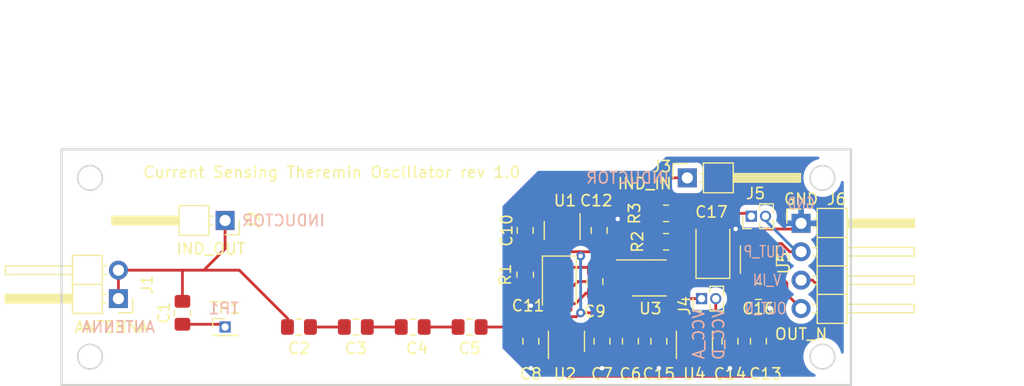
<source format=kicad_pcb>
(kicad_pcb (version 20171130) (host pcbnew "(5.1.7)-1")

  (general
    (thickness 1.6)
    (drawings 26)
    (tracks 212)
    (zones 0)
    (modules 32)
    (nets 21)
  )

  (page A4)
  (title_block
    (title "Current Sensing Theremin Oscillator")
    (date 2020-10-23)
    (rev v1.0)
    (comment 1 "For Digital Theremin Project")
    (comment 2 "(c) Vadim Lopatin 2020")
  )

  (layers
    (0 F.Cu signal)
    (31 B.Cu signal)
    (32 B.Adhes user)
    (33 F.Adhes user)
    (34 B.Paste user)
    (35 F.Paste user)
    (36 B.SilkS user)
    (37 F.SilkS user)
    (38 B.Mask user)
    (39 F.Mask user)
    (40 Dwgs.User user)
    (41 Cmts.User user)
    (42 Eco1.User user)
    (43 Eco2.User user)
    (44 Edge.Cuts user)
    (45 Margin user)
    (46 B.CrtYd user)
    (47 F.CrtYd user)
    (48 B.Fab user hide)
    (49 F.Fab user hide)
  )

  (setup
    (last_trace_width 0.25)
    (trace_clearance 0.2)
    (zone_clearance 0.508)
    (zone_45_only no)
    (trace_min 0.2)
    (via_size 0.8)
    (via_drill 0.4)
    (via_min_size 0.4)
    (via_min_drill 0.3)
    (uvia_size 0.3)
    (uvia_drill 0.1)
    (uvias_allowed no)
    (uvia_min_size 0.2)
    (uvia_min_drill 0.1)
    (edge_width 0.15)
    (segment_width 0.2)
    (pcb_text_width 0.3)
    (pcb_text_size 1.5 1.5)
    (mod_edge_width 0.15)
    (mod_text_size 1 1)
    (mod_text_width 0.15)
    (pad_size 1.524 1.524)
    (pad_drill 0.762)
    (pad_to_mask_clearance 0.051)
    (solder_mask_min_width 0.25)
    (aux_axis_origin 0 0)
    (visible_elements 7FFFFFFF)
    (pcbplotparams
      (layerselection 0x010fc_ffffffff)
      (usegerberextensions true)
      (usegerberattributes false)
      (usegerberadvancedattributes false)
      (creategerberjobfile false)
      (excludeedgelayer true)
      (linewidth 0.100000)
      (plotframeref false)
      (viasonmask false)
      (mode 1)
      (useauxorigin false)
      (hpglpennumber 1)
      (hpglpenspeed 20)
      (hpglpendiameter 15.000000)
      (psnegative false)
      (psa4output false)
      (plotreference true)
      (plotvalue true)
      (plotinvisibletext false)
      (padsonsilk false)
      (subtractmaskfromsilk false)
      (outputformat 1)
      (mirror false)
      (drillshape 0)
      (scaleselection 1)
      (outputdirectory "gerber/"))
  )

  (net 0 "")
  (net 1 GND)
  (net 2 "Net-(C4-Pad2)")
  (net 3 "Net-(C1-Pad2)")
  (net 4 "Net-(C1-Pad1)")
  (net 5 "Net-(C2-Pad2)")
  (net 6 "Net-(C3-Pad2)")
  (net 7 /5V)
  (net 8 "Net-(C14-Pad1)")
  (net 9 /3V3_A)
  (net 10 /3V3_D)
  (net 11 "Net-(U1-Pad4)")
  (net 12 "Net-(C7-Pad1)")
  (net 13 /OUT_P)
  (net 14 "Net-(J5-Pad1)")
  (net 15 /OUT_N)
  (net 16 "Net-(R1-Pad1)")
  (net 17 "Net-(U1-Pad6)")
  (net 18 "Net-(U1-Pad3)")
  (net 19 "Net-(R2-Pad2)")
  (net 20 "Net-(J3-Pad1)")

  (net_class Default "This is the default net class."
    (clearance 0.2)
    (trace_width 0.25)
    (via_dia 0.8)
    (via_drill 0.4)
    (uvia_dia 0.3)
    (uvia_drill 0.1)
    (add_net /3V3_A)
    (add_net /3V3_D)
    (add_net /5V)
    (add_net /OUT_N)
    (add_net /OUT_P)
    (add_net GND)
    (add_net "Net-(C1-Pad1)")
    (add_net "Net-(C1-Pad2)")
    (add_net "Net-(C14-Pad1)")
    (add_net "Net-(C2-Pad2)")
    (add_net "Net-(C3-Pad2)")
    (add_net "Net-(C4-Pad2)")
    (add_net "Net-(C7-Pad1)")
    (add_net "Net-(J3-Pad1)")
    (add_net "Net-(J5-Pad1)")
    (add_net "Net-(R1-Pad1)")
    (add_net "Net-(R2-Pad2)")
    (add_net "Net-(U1-Pad3)")
    (add_net "Net-(U1-Pad4)")
    (add_net "Net-(U1-Pad6)")
  )

  (module Resistor_SMD:R_0805_2012Metric_Pad1.20x1.40mm_HandSolder (layer F.Cu) (tedit 5F68FEEE) (tstamp 5F931A6E)
    (at 135.255 99.695)
    (descr "Resistor SMD 0805 (2012 Metric), square (rectangular) end terminal, IPC_7351 nominal with elongated pad for handsoldering. (Body size source: IPC-SM-782 page 72, https://www.pcb-3d.com/wordpress/wp-content/uploads/ipc-sm-782a_amendment_1_and_2.pdf), generated with kicad-footprint-generator")
    (tags "resistor handsolder")
    (path /5FACB1B3)
    (attr smd)
    (fp_text reference R3 (at -2.81 0 270) (layer F.SilkS)
      (effects (font (size 1 1) (thickness 0.15)))
    )
    (fp_text value 1M (at 0 1.65) (layer F.Fab)
      (effects (font (size 1 1) (thickness 0.15)))
    )
    (fp_text user %R (at 0 0) (layer F.Fab)
      (effects (font (size 0.5 0.5) (thickness 0.08)))
    )
    (fp_line (start -1 0.625) (end -1 -0.625) (layer F.Fab) (width 0.1))
    (fp_line (start -1 -0.625) (end 1 -0.625) (layer F.Fab) (width 0.1))
    (fp_line (start 1 -0.625) (end 1 0.625) (layer F.Fab) (width 0.1))
    (fp_line (start 1 0.625) (end -1 0.625) (layer F.Fab) (width 0.1))
    (fp_line (start -0.227064 -0.735) (end 0.227064 -0.735) (layer F.SilkS) (width 0.12))
    (fp_line (start -0.227064 0.735) (end 0.227064 0.735) (layer F.SilkS) (width 0.12))
    (fp_line (start -1.85 0.95) (end -1.85 -0.95) (layer F.CrtYd) (width 0.05))
    (fp_line (start -1.85 -0.95) (end 1.85 -0.95) (layer F.CrtYd) (width 0.05))
    (fp_line (start 1.85 -0.95) (end 1.85 0.95) (layer F.CrtYd) (width 0.05))
    (fp_line (start 1.85 0.95) (end -1.85 0.95) (layer F.CrtYd) (width 0.05))
    (pad 2 smd roundrect (at 1 0) (size 1.2 1.4) (layers F.Cu F.Paste F.Mask) (roundrect_rratio 0.208333)
      (net 14 "Net-(J5-Pad1)"))
    (pad 1 smd roundrect (at -1 0) (size 1.2 1.4) (layers F.Cu F.Paste F.Mask) (roundrect_rratio 0.208333)
      (net 1 GND))
    (model ${KISYS3DMOD}/Resistor_SMD.3dshapes/R_0805_2012Metric.wrl
      (at (xyz 0 0 0))
      (scale (xyz 1 1 1))
      (rotate (xyz 0 0 0))
    )
  )

  (module Resistor_SMD:R_0805_2012Metric_Pad1.20x1.40mm_HandSolder (layer F.Cu) (tedit 5F68FEEE) (tstamp 5F931A5D)
    (at 135.255 102.235 180)
    (descr "Resistor SMD 0805 (2012 Metric), square (rectangular) end terminal, IPC_7351 nominal with elongated pad for handsoldering. (Body size source: IPC-SM-782 page 72, https://www.pcb-3d.com/wordpress/wp-content/uploads/ipc-sm-782a_amendment_1_and_2.pdf), generated with kicad-footprint-generator")
    (tags "resistor handsolder")
    (path /5FACAC9F)
    (attr smd)
    (fp_text reference R2 (at 2.54 0 90) (layer F.SilkS)
      (effects (font (size 1 1) (thickness 0.15)))
    )
    (fp_text value 0 (at 0 1.65) (layer F.Fab)
      (effects (font (size 1 1) (thickness 0.15)))
    )
    (fp_text user %R (at 0 0) (layer F.Fab)
      (effects (font (size 0.5 0.5) (thickness 0.08)))
    )
    (fp_line (start -1 0.625) (end -1 -0.625) (layer F.Fab) (width 0.1))
    (fp_line (start -1 -0.625) (end 1 -0.625) (layer F.Fab) (width 0.1))
    (fp_line (start 1 -0.625) (end 1 0.625) (layer F.Fab) (width 0.1))
    (fp_line (start 1 0.625) (end -1 0.625) (layer F.Fab) (width 0.1))
    (fp_line (start -0.227064 -0.735) (end 0.227064 -0.735) (layer F.SilkS) (width 0.12))
    (fp_line (start -0.227064 0.735) (end 0.227064 0.735) (layer F.SilkS) (width 0.12))
    (fp_line (start -1.85 0.95) (end -1.85 -0.95) (layer F.CrtYd) (width 0.05))
    (fp_line (start -1.85 -0.95) (end 1.85 -0.95) (layer F.CrtYd) (width 0.05))
    (fp_line (start 1.85 -0.95) (end 1.85 0.95) (layer F.CrtYd) (width 0.05))
    (fp_line (start 1.85 0.95) (end -1.85 0.95) (layer F.CrtYd) (width 0.05))
    (pad 2 smd roundrect (at 1 0 180) (size 1.2 1.4) (layers F.Cu F.Paste F.Mask) (roundrect_rratio 0.208333)
      (net 19 "Net-(R2-Pad2)"))
    (pad 1 smd roundrect (at -1 0 180) (size 1.2 1.4) (layers F.Cu F.Paste F.Mask) (roundrect_rratio 0.208333)
      (net 14 "Net-(J5-Pad1)"))
    (model ${KISYS3DMOD}/Resistor_SMD.3dshapes/R_0805_2012Metric.wrl
      (at (xyz 0 0 0))
      (scale (xyz 1 1 1))
      (rotate (xyz 0 0 0))
    )
  )

  (module Package_TO_SOT_SMD:SOT-23-5 (layer F.Cu) (tedit 5A02FF57) (tstamp 5F92DBC2)
    (at 143.51 103.505 90)
    (descr "5-pin SOT23 package")
    (tags SOT-23-5)
    (path /5F9817F9)
    (attr smd)
    (fp_text reference U5 (at -0.635 2.286 270) (layer F.SilkS)
      (effects (font (size 1 1) (thickness 0.15)))
    )
    (fp_text value SN65LVDS1DBV (at 0 2.9 90) (layer F.Fab)
      (effects (font (size 1 1) (thickness 0.15)))
    )
    (fp_text user %R (at 0 0) (layer F.Fab)
      (effects (font (size 0.5 0.5) (thickness 0.075)))
    )
    (fp_line (start -0.9 1.61) (end 0.9 1.61) (layer F.SilkS) (width 0.12))
    (fp_line (start 0.9 -1.61) (end -1.55 -1.61) (layer F.SilkS) (width 0.12))
    (fp_line (start -1.9 -1.8) (end 1.9 -1.8) (layer F.CrtYd) (width 0.05))
    (fp_line (start 1.9 -1.8) (end 1.9 1.8) (layer F.CrtYd) (width 0.05))
    (fp_line (start 1.9 1.8) (end -1.9 1.8) (layer F.CrtYd) (width 0.05))
    (fp_line (start -1.9 1.8) (end -1.9 -1.8) (layer F.CrtYd) (width 0.05))
    (fp_line (start -0.9 -0.9) (end -0.25 -1.55) (layer F.Fab) (width 0.1))
    (fp_line (start 0.9 -1.55) (end -0.25 -1.55) (layer F.Fab) (width 0.1))
    (fp_line (start -0.9 -0.9) (end -0.9 1.55) (layer F.Fab) (width 0.1))
    (fp_line (start 0.9 1.55) (end -0.9 1.55) (layer F.Fab) (width 0.1))
    (fp_line (start 0.9 -1.55) (end 0.9 1.55) (layer F.Fab) (width 0.1))
    (pad 5 smd rect (at 1.1 -0.95 90) (size 1.06 0.65) (layers F.Cu F.Paste F.Mask)
      (net 14 "Net-(J5-Pad1)"))
    (pad 4 smd rect (at 1.1 0.95 90) (size 1.06 0.65) (layers F.Cu F.Paste F.Mask)
      (net 13 /OUT_P))
    (pad 3 smd rect (at -1.1 0.95 90) (size 1.06 0.65) (layers F.Cu F.Paste F.Mask)
      (net 15 /OUT_N))
    (pad 2 smd rect (at -1.1 0 90) (size 1.06 0.65) (layers F.Cu F.Paste F.Mask)
      (net 1 GND))
    (pad 1 smd rect (at -1.1 -0.95 90) (size 1.06 0.65) (layers F.Cu F.Paste F.Mask)
      (net 10 /3V3_D))
    (model ${KISYS3DMOD}/Package_TO_SOT_SMD.3dshapes/SOT-23-5.wrl
      (at (xyz 0 0 0))
      (scale (xyz 1 1 1))
      (rotate (xyz 0 0 0))
    )
  )

  (module Package_TO_SOT_SMD:SOT-23-5 (layer F.Cu) (tedit 5A02FF57) (tstamp 5F92DBAD)
    (at 137.795 111.125 90)
    (descr "5-pin SOT23 package")
    (tags SOT-23-5)
    (path /5F77DF78)
    (attr smd)
    (fp_text reference U4 (at -2.921 0 180) (layer F.SilkS)
      (effects (font (size 1 1) (thickness 0.15)))
    )
    (fp_text value LD3985M33R_SOT23 (at 0 2.9 90) (layer F.Fab)
      (effects (font (size 1 1) (thickness 0.15)))
    )
    (fp_text user %R (at 0 0) (layer F.Fab)
      (effects (font (size 0.5 0.5) (thickness 0.075)))
    )
    (fp_line (start -0.9 1.61) (end 0.9 1.61) (layer F.SilkS) (width 0.12))
    (fp_line (start 0.9 -1.61) (end -1.55 -1.61) (layer F.SilkS) (width 0.12))
    (fp_line (start -1.9 -1.8) (end 1.9 -1.8) (layer F.CrtYd) (width 0.05))
    (fp_line (start 1.9 -1.8) (end 1.9 1.8) (layer F.CrtYd) (width 0.05))
    (fp_line (start 1.9 1.8) (end -1.9 1.8) (layer F.CrtYd) (width 0.05))
    (fp_line (start -1.9 1.8) (end -1.9 -1.8) (layer F.CrtYd) (width 0.05))
    (fp_line (start -0.9 -0.9) (end -0.25 -1.55) (layer F.Fab) (width 0.1))
    (fp_line (start 0.9 -1.55) (end -0.25 -1.55) (layer F.Fab) (width 0.1))
    (fp_line (start -0.9 -0.9) (end -0.9 1.55) (layer F.Fab) (width 0.1))
    (fp_line (start 0.9 1.55) (end -0.9 1.55) (layer F.Fab) (width 0.1))
    (fp_line (start 0.9 -1.55) (end 0.9 1.55) (layer F.Fab) (width 0.1))
    (pad 5 smd rect (at 1.1 -0.95 90) (size 1.06 0.65) (layers F.Cu F.Paste F.Mask)
      (net 10 /3V3_D))
    (pad 4 smd rect (at 1.1 0.95 90) (size 1.06 0.65) (layers F.Cu F.Paste F.Mask)
      (net 8 "Net-(C14-Pad1)"))
    (pad 3 smd rect (at -1.1 0.95 90) (size 1.06 0.65) (layers F.Cu F.Paste F.Mask)
      (net 7 /5V))
    (pad 2 smd rect (at -1.1 0 90) (size 1.06 0.65) (layers F.Cu F.Paste F.Mask)
      (net 1 GND))
    (pad 1 smd rect (at -1.1 -0.95 90) (size 1.06 0.65) (layers F.Cu F.Paste F.Mask)
      (net 7 /5V))
    (model ${KISYS3DMOD}/Package_TO_SOT_SMD.3dshapes/SOT-23-5.wrl
      (at (xyz 0 0 0))
      (scale (xyz 1 1 1))
      (rotate (xyz 0 0 0))
    )
  )

  (module Package_SO:MSOP-8_3x3mm_P0.65mm (layer F.Cu) (tedit 5E509FDD) (tstamp 5F92DB98)
    (at 133.7775 105.466)
    (descr "MSOP, 8 Pin (https://www.jedec.org/system/files/docs/mo-187F.pdf variant AA), generated with kicad-footprint-generator ipc_gullwing_generator.py")
    (tags "MSOP SO")
    (path /5F930D29)
    (attr smd)
    (fp_text reference U3 (at 0.0805 2.738) (layer F.SilkS)
      (effects (font (size 1 1) (thickness 0.15)))
    )
    (fp_text value LT1711xMS8 (at 0 2.45) (layer F.Fab)
      (effects (font (size 1 1) (thickness 0.15)))
    )
    (fp_text user %R (at 0 0) (layer F.Fab)
      (effects (font (size 0.75 0.75) (thickness 0.11)))
    )
    (fp_line (start 0 1.61) (end 1.5 1.61) (layer F.SilkS) (width 0.12))
    (fp_line (start 0 1.61) (end -1.5 1.61) (layer F.SilkS) (width 0.12))
    (fp_line (start 0 -1.61) (end 1.5 -1.61) (layer F.SilkS) (width 0.12))
    (fp_line (start 0 -1.61) (end -2.925 -1.61) (layer F.SilkS) (width 0.12))
    (fp_line (start -0.75 -1.5) (end 1.5 -1.5) (layer F.Fab) (width 0.1))
    (fp_line (start 1.5 -1.5) (end 1.5 1.5) (layer F.Fab) (width 0.1))
    (fp_line (start 1.5 1.5) (end -1.5 1.5) (layer F.Fab) (width 0.1))
    (fp_line (start -1.5 1.5) (end -1.5 -0.75) (layer F.Fab) (width 0.1))
    (fp_line (start -1.5 -0.75) (end -0.75 -1.5) (layer F.Fab) (width 0.1))
    (fp_line (start -3.18 -1.75) (end -3.18 1.75) (layer F.CrtYd) (width 0.05))
    (fp_line (start -3.18 1.75) (end 3.18 1.75) (layer F.CrtYd) (width 0.05))
    (fp_line (start 3.18 1.75) (end 3.18 -1.75) (layer F.CrtYd) (width 0.05))
    (fp_line (start 3.18 -1.75) (end -3.18 -1.75) (layer F.CrtYd) (width 0.05))
    (pad 8 smd roundrect (at 2.1125 -0.975) (size 1.625 0.4) (layers F.Cu F.Paste F.Mask) (roundrect_rratio 0.25)
      (net 19 "Net-(R2-Pad2)"))
    (pad 7 smd roundrect (at 2.1125 -0.325) (size 1.625 0.4) (layers F.Cu F.Paste F.Mask) (roundrect_rratio 0.25)
      (net 16 "Net-(R1-Pad1)"))
    (pad 6 smd roundrect (at 2.1125 0.325) (size 1.625 0.4) (layers F.Cu F.Paste F.Mask) (roundrect_rratio 0.25)
      (net 1 GND))
    (pad 5 smd roundrect (at 2.1125 0.975) (size 1.625 0.4) (layers F.Cu F.Paste F.Mask) (roundrect_rratio 0.25)
      (net 1 GND))
    (pad 4 smd roundrect (at -2.1125 0.975) (size 1.625 0.4) (layers F.Cu F.Paste F.Mask) (roundrect_rratio 0.25)
      (net 1 GND))
    (pad 3 smd roundrect (at -2.1125 0.325) (size 1.625 0.4) (layers F.Cu F.Paste F.Mask) (roundrect_rratio 0.25)
      (net 16 "Net-(R1-Pad1)"))
    (pad 2 smd roundrect (at -2.1125 -0.325) (size 1.625 0.4) (layers F.Cu F.Paste F.Mask) (roundrect_rratio 0.25)
      (net 20 "Net-(J3-Pad1)"))
    (pad 1 smd roundrect (at -2.1125 -0.975) (size 1.625 0.4) (layers F.Cu F.Paste F.Mask) (roundrect_rratio 0.25)
      (net 9 /3V3_A))
    (model ${KISYS3DMOD}/Package_SO.3dshapes/MSOP-8_3x3mm_P0.65mm.wrl
      (at (xyz 0 0 0))
      (scale (xyz 1 1 1))
      (rotate (xyz 0 0 0))
    )
  )

  (module Package_TO_SOT_SMD:SOT-23-5 (layer F.Cu) (tedit 5A02FF57) (tstamp 5F92DB7E)
    (at 126.365 111.125 90)
    (descr "5-pin SOT23 package")
    (tags SOT-23-5)
    (path /5F6A75CD)
    (attr smd)
    (fp_text reference U2 (at -2.921 -0.127 180) (layer F.SilkS)
      (effects (font (size 1 1) (thickness 0.15)))
    )
    (fp_text value LD3985M33R_SOT23 (at 0 2.9 90) (layer F.Fab)
      (effects (font (size 1 1) (thickness 0.15)))
    )
    (fp_text user %R (at 0 0) (layer F.Fab)
      (effects (font (size 0.5 0.5) (thickness 0.075)))
    )
    (fp_line (start -0.9 1.61) (end 0.9 1.61) (layer F.SilkS) (width 0.12))
    (fp_line (start 0.9 -1.61) (end -1.55 -1.61) (layer F.SilkS) (width 0.12))
    (fp_line (start -1.9 -1.8) (end 1.9 -1.8) (layer F.CrtYd) (width 0.05))
    (fp_line (start 1.9 -1.8) (end 1.9 1.8) (layer F.CrtYd) (width 0.05))
    (fp_line (start 1.9 1.8) (end -1.9 1.8) (layer F.CrtYd) (width 0.05))
    (fp_line (start -1.9 1.8) (end -1.9 -1.8) (layer F.CrtYd) (width 0.05))
    (fp_line (start -0.9 -0.9) (end -0.25 -1.55) (layer F.Fab) (width 0.1))
    (fp_line (start 0.9 -1.55) (end -0.25 -1.55) (layer F.Fab) (width 0.1))
    (fp_line (start -0.9 -0.9) (end -0.9 1.55) (layer F.Fab) (width 0.1))
    (fp_line (start 0.9 1.55) (end -0.9 1.55) (layer F.Fab) (width 0.1))
    (fp_line (start 0.9 -1.55) (end 0.9 1.55) (layer F.Fab) (width 0.1))
    (pad 5 smd rect (at 1.1 -0.95 90) (size 1.06 0.65) (layers F.Cu F.Paste F.Mask)
      (net 9 /3V3_A))
    (pad 4 smd rect (at 1.1 0.95 90) (size 1.06 0.65) (layers F.Cu F.Paste F.Mask)
      (net 12 "Net-(C7-Pad1)"))
    (pad 3 smd rect (at -1.1 0.95 90) (size 1.06 0.65) (layers F.Cu F.Paste F.Mask)
      (net 7 /5V))
    (pad 2 smd rect (at -1.1 0 90) (size 1.06 0.65) (layers F.Cu F.Paste F.Mask)
      (net 1 GND))
    (pad 1 smd rect (at -1.1 -0.95 90) (size 1.06 0.65) (layers F.Cu F.Paste F.Mask)
      (net 7 /5V))
    (model ${KISYS3DMOD}/Package_TO_SOT_SMD.3dshapes/SOT-23-5.wrl
      (at (xyz 0 0 0))
      (scale (xyz 1 1 1))
      (rotate (xyz 0 0 0))
    )
  )

  (module Package_SO:TSOP-6_1.65x3.05mm_P0.95mm (layer F.Cu) (tedit 5A02F25C) (tstamp 5F92DB69)
    (at 125.984 101.219 270)
    (descr "TSOP-6 package (comparable to TSOT-23), https://www.vishay.com/docs/71200/71200.pdf")
    (tags "Jedec MO-193C TSOP-6L")
    (path /5DF1ED71)
    (attr smd)
    (fp_text reference U1 (at -2.667 -0.254 180) (layer F.SilkS)
      (effects (font (size 1 1) (thickness 0.15)))
    )
    (fp_text value 4220CZ6 (at 0 2.5 90) (layer F.Fab)
      (effects (font (size 1 1) (thickness 0.15)))
    )
    (fp_text user %R (at 0 0) (layer F.Fab)
      (effects (font (size 0.5 0.5) (thickness 0.075)))
    )
    (fp_line (start -0.8 1.6) (end 0.8 1.6) (layer F.SilkS) (width 0.12))
    (fp_line (start 0.8 -1.6) (end -1.5 -1.6) (layer F.SilkS) (width 0.12))
    (fp_line (start -0.825 -1.1) (end -0.425 -1.525) (layer F.Fab) (width 0.1))
    (fp_line (start 0.825 -1.525) (end -0.425 -1.525) (layer F.Fab) (width 0.1))
    (fp_line (start -0.825 -1.1) (end -0.825 1.525) (layer F.Fab) (width 0.1))
    (fp_line (start 0.825 1.525) (end -0.825 1.525) (layer F.Fab) (width 0.1))
    (fp_line (start 0.825 -1.525) (end 0.825 1.525) (layer F.Fab) (width 0.1))
    (fp_line (start -1.76 -1.78) (end 1.76 -1.78) (layer F.CrtYd) (width 0.05))
    (fp_line (start -1.76 -1.78) (end -1.76 1.77) (layer F.CrtYd) (width 0.05))
    (fp_line (start 1.76 1.77) (end 1.76 -1.78) (layer F.CrtYd) (width 0.05))
    (fp_line (start 1.76 1.77) (end -1.76 1.77) (layer F.CrtYd) (width 0.05))
    (pad 6 smd rect (at 1.16 -0.95 270) (size 0.7 0.51) (layers F.Cu F.Paste F.Mask)
      (net 17 "Net-(U1-Pad6)"))
    (pad 5 smd rect (at 1.16 0 270) (size 0.7 0.51) (layers F.Cu F.Paste F.Mask)
      (net 9 /3V3_A))
    (pad 4 smd rect (at 1.16 0.95 270) (size 0.7 0.51) (layers F.Cu F.Paste F.Mask)
      (net 11 "Net-(U1-Pad4)"))
    (pad 3 smd rect (at -1.16 0.95 270) (size 0.7 0.51) (layers F.Cu F.Paste F.Mask)
      (net 18 "Net-(U1-Pad3)"))
    (pad 2 smd rect (at -1.16 0 270) (size 0.7 0.51) (layers F.Cu F.Paste F.Mask)
      (net 1 GND))
    (pad 1 smd rect (at -1.16 -0.95 270) (size 0.7 0.51) (layers F.Cu F.Paste F.Mask)
      (net 20 "Net-(J3-Pad1)"))
    (model ${KISYS3DMOD}/Package_SO.3dshapes/TSOP-6_1.65x3.05mm_P0.95mm.wrl
      (at (xyz 0 0 0))
      (scale (xyz 1 1 1))
      (rotate (xyz 0 0 0))
    )
  )

  (module Connector_PinHeader_1.27mm:PinHeader_1x01_P1.27mm_Vertical (layer F.Cu) (tedit 59FED6E3) (tstamp 5F92DB27)
    (at 95.885 109.855)
    (descr "Through hole straight pin header, 1x01, 1.27mm pitch, single row")
    (tags "Through hole pin header THT 1x01 1.27mm single row")
    (path /5F95FFE3)
    (fp_text reference TP1 (at 0 -1.695) (layer F.SilkS)
      (effects (font (size 1 1) (thickness 0.15)))
    )
    (fp_text value "Antenna Voltage Swing" (at 0 1.695) (layer F.Fab)
      (effects (font (size 1 1) (thickness 0.15)))
    )
    (fp_text user %R (at 0 0 90) (layer F.Fab)
      (effects (font (size 1 1) (thickness 0.15)))
    )
    (fp_line (start -0.525 -0.635) (end 1.05 -0.635) (layer F.Fab) (width 0.1))
    (fp_line (start 1.05 -0.635) (end 1.05 0.635) (layer F.Fab) (width 0.1))
    (fp_line (start 1.05 0.635) (end -1.05 0.635) (layer F.Fab) (width 0.1))
    (fp_line (start -1.05 0.635) (end -1.05 -0.11) (layer F.Fab) (width 0.1))
    (fp_line (start -1.05 -0.11) (end -0.525 -0.635) (layer F.Fab) (width 0.1))
    (fp_line (start -1.11 0.76) (end 1.11 0.76) (layer F.SilkS) (width 0.12))
    (fp_line (start -1.11 0.76) (end -1.11 0.695) (layer F.SilkS) (width 0.12))
    (fp_line (start 1.11 0.76) (end 1.11 0.695) (layer F.SilkS) (width 0.12))
    (fp_line (start -1.11 0.76) (end -0.563471 0.76) (layer F.SilkS) (width 0.12))
    (fp_line (start 0.563471 0.76) (end 1.11 0.76) (layer F.SilkS) (width 0.12))
    (fp_line (start -1.11 0) (end -1.11 -0.76) (layer F.SilkS) (width 0.12))
    (fp_line (start -1.11 -0.76) (end 0 -0.76) (layer F.SilkS) (width 0.12))
    (fp_line (start -1.55 -1.15) (end -1.55 1.15) (layer F.CrtYd) (width 0.05))
    (fp_line (start -1.55 1.15) (end 1.55 1.15) (layer F.CrtYd) (width 0.05))
    (fp_line (start 1.55 1.15) (end 1.55 -1.15) (layer F.CrtYd) (width 0.05))
    (fp_line (start 1.55 -1.15) (end -1.55 -1.15) (layer F.CrtYd) (width 0.05))
    (pad 1 thru_hole rect (at 0 0) (size 1 1) (drill 0.65) (layers *.Cu *.Mask)
      (net 4 "Net-(C1-Pad1)"))
    (model ${KISYS3DMOD}/Connector_PinHeader_1.27mm.3dshapes/PinHeader_1x01_P1.27mm_Vertical.wrl
      (at (xyz 0 0 0))
      (scale (xyz 1 1 1))
      (rotate (xyz 0 0 0))
    )
  )

  (module Resistor_SMD:R_0805_2012Metric_Pad1.20x1.40mm_HandSolder (layer F.Cu) (tedit 5F68FEEE) (tstamp 5F92DB11)
    (at 122.682 105.172 90)
    (descr "Resistor SMD 0805 (2012 Metric), square (rectangular) end terminal, IPC_7351 nominal with elongated pad for handsoldering. (Body size source: IPC-SM-782 page 72, https://www.pcb-3d.com/wordpress/wp-content/uploads/ipc-sm-782a_amendment_1_and_2.pdf), generated with kicad-footprint-generator")
    (tags "resistor handsolder")
    (path /5F970343)
    (attr smd)
    (fp_text reference R1 (at 0 -1.778 90) (layer F.SilkS)
      (effects (font (size 1 1) (thickness 0.15)))
    )
    (fp_text value 12 (at 0 1.65 90) (layer F.Fab)
      (effects (font (size 1 1) (thickness 0.15)))
    )
    (fp_text user %R (at 0 0 90) (layer F.Fab)
      (effects (font (size 0.5 0.5) (thickness 0.08)))
    )
    (fp_line (start -1 0.625) (end -1 -0.625) (layer F.Fab) (width 0.1))
    (fp_line (start -1 -0.625) (end 1 -0.625) (layer F.Fab) (width 0.1))
    (fp_line (start 1 -0.625) (end 1 0.625) (layer F.Fab) (width 0.1))
    (fp_line (start 1 0.625) (end -1 0.625) (layer F.Fab) (width 0.1))
    (fp_line (start -0.227064 -0.735) (end 0.227064 -0.735) (layer F.SilkS) (width 0.12))
    (fp_line (start -0.227064 0.735) (end 0.227064 0.735) (layer F.SilkS) (width 0.12))
    (fp_line (start -1.85 0.95) (end -1.85 -0.95) (layer F.CrtYd) (width 0.05))
    (fp_line (start -1.85 -0.95) (end 1.85 -0.95) (layer F.CrtYd) (width 0.05))
    (fp_line (start 1.85 -0.95) (end 1.85 0.95) (layer F.CrtYd) (width 0.05))
    (fp_line (start 1.85 0.95) (end -1.85 0.95) (layer F.CrtYd) (width 0.05))
    (pad 2 smd roundrect (at 1 0 90) (size 1.2 1.4) (layers F.Cu F.Paste F.Mask) (roundrect_rratio 0.208333)
      (net 20 "Net-(J3-Pad1)"))
    (pad 1 smd roundrect (at -1 0 90) (size 1.2 1.4) (layers F.Cu F.Paste F.Mask) (roundrect_rratio 0.208333)
      (net 16 "Net-(R1-Pad1)"))
    (model ${KISYS3DMOD}/Resistor_SMD.3dshapes/R_0805_2012Metric.wrl
      (at (xyz 0 0 0))
      (scale (xyz 1 1 1))
      (rotate (xyz 0 0 0))
    )
  )

  (module Connector_PinHeader_2.54mm:PinHeader_1x04_P2.54mm_Horizontal (layer F.Cu) (tedit 59FED5CB) (tstamp 5F92DB00)
    (at 147.32 100.584)
    (descr "Through hole angled pin header, 1x04, 2.54mm pitch, 6mm pin length, single row")
    (tags "Through hole angled pin header THT 1x04 2.54mm single row")
    (path /5E5208E1)
    (fp_text reference J6 (at 3.175 -2.159) (layer F.SilkS)
      (effects (font (size 1 1) (thickness 0.15)))
    )
    (fp_text value OSC (at 4.385 9.89) (layer F.Fab)
      (effects (font (size 1 1) (thickness 0.15)))
    )
    (fp_text user %R (at 2.77 3.81 90) (layer F.Fab)
      (effects (font (size 1 1) (thickness 0.15)))
    )
    (fp_line (start 2.135 -1.27) (end 4.04 -1.27) (layer F.Fab) (width 0.1))
    (fp_line (start 4.04 -1.27) (end 4.04 8.89) (layer F.Fab) (width 0.1))
    (fp_line (start 4.04 8.89) (end 1.5 8.89) (layer F.Fab) (width 0.1))
    (fp_line (start 1.5 8.89) (end 1.5 -0.635) (layer F.Fab) (width 0.1))
    (fp_line (start 1.5 -0.635) (end 2.135 -1.27) (layer F.Fab) (width 0.1))
    (fp_line (start -0.32 -0.32) (end 1.5 -0.32) (layer F.Fab) (width 0.1))
    (fp_line (start -0.32 -0.32) (end -0.32 0.32) (layer F.Fab) (width 0.1))
    (fp_line (start -0.32 0.32) (end 1.5 0.32) (layer F.Fab) (width 0.1))
    (fp_line (start 4.04 -0.32) (end 10.04 -0.32) (layer F.Fab) (width 0.1))
    (fp_line (start 10.04 -0.32) (end 10.04 0.32) (layer F.Fab) (width 0.1))
    (fp_line (start 4.04 0.32) (end 10.04 0.32) (layer F.Fab) (width 0.1))
    (fp_line (start -0.32 2.22) (end 1.5 2.22) (layer F.Fab) (width 0.1))
    (fp_line (start -0.32 2.22) (end -0.32 2.86) (layer F.Fab) (width 0.1))
    (fp_line (start -0.32 2.86) (end 1.5 2.86) (layer F.Fab) (width 0.1))
    (fp_line (start 4.04 2.22) (end 10.04 2.22) (layer F.Fab) (width 0.1))
    (fp_line (start 10.04 2.22) (end 10.04 2.86) (layer F.Fab) (width 0.1))
    (fp_line (start 4.04 2.86) (end 10.04 2.86) (layer F.Fab) (width 0.1))
    (fp_line (start -0.32 4.76) (end 1.5 4.76) (layer F.Fab) (width 0.1))
    (fp_line (start -0.32 4.76) (end -0.32 5.4) (layer F.Fab) (width 0.1))
    (fp_line (start -0.32 5.4) (end 1.5 5.4) (layer F.Fab) (width 0.1))
    (fp_line (start 4.04 4.76) (end 10.04 4.76) (layer F.Fab) (width 0.1))
    (fp_line (start 10.04 4.76) (end 10.04 5.4) (layer F.Fab) (width 0.1))
    (fp_line (start 4.04 5.4) (end 10.04 5.4) (layer F.Fab) (width 0.1))
    (fp_line (start -0.32 7.3) (end 1.5 7.3) (layer F.Fab) (width 0.1))
    (fp_line (start -0.32 7.3) (end -0.32 7.94) (layer F.Fab) (width 0.1))
    (fp_line (start -0.32 7.94) (end 1.5 7.94) (layer F.Fab) (width 0.1))
    (fp_line (start 4.04 7.3) (end 10.04 7.3) (layer F.Fab) (width 0.1))
    (fp_line (start 10.04 7.3) (end 10.04 7.94) (layer F.Fab) (width 0.1))
    (fp_line (start 4.04 7.94) (end 10.04 7.94) (layer F.Fab) (width 0.1))
    (fp_line (start 1.44 -1.33) (end 1.44 8.95) (layer F.SilkS) (width 0.12))
    (fp_line (start 1.44 8.95) (end 4.1 8.95) (layer F.SilkS) (width 0.12))
    (fp_line (start 4.1 8.95) (end 4.1 -1.33) (layer F.SilkS) (width 0.12))
    (fp_line (start 4.1 -1.33) (end 1.44 -1.33) (layer F.SilkS) (width 0.12))
    (fp_line (start 4.1 -0.38) (end 10.1 -0.38) (layer F.SilkS) (width 0.12))
    (fp_line (start 10.1 -0.38) (end 10.1 0.38) (layer F.SilkS) (width 0.12))
    (fp_line (start 10.1 0.38) (end 4.1 0.38) (layer F.SilkS) (width 0.12))
    (fp_line (start 4.1 -0.32) (end 10.1 -0.32) (layer F.SilkS) (width 0.12))
    (fp_line (start 4.1 -0.2) (end 10.1 -0.2) (layer F.SilkS) (width 0.12))
    (fp_line (start 4.1 -0.08) (end 10.1 -0.08) (layer F.SilkS) (width 0.12))
    (fp_line (start 4.1 0.04) (end 10.1 0.04) (layer F.SilkS) (width 0.12))
    (fp_line (start 4.1 0.16) (end 10.1 0.16) (layer F.SilkS) (width 0.12))
    (fp_line (start 4.1 0.28) (end 10.1 0.28) (layer F.SilkS) (width 0.12))
    (fp_line (start 1.11 -0.38) (end 1.44 -0.38) (layer F.SilkS) (width 0.12))
    (fp_line (start 1.11 0.38) (end 1.44 0.38) (layer F.SilkS) (width 0.12))
    (fp_line (start 1.44 1.27) (end 4.1 1.27) (layer F.SilkS) (width 0.12))
    (fp_line (start 4.1 2.16) (end 10.1 2.16) (layer F.SilkS) (width 0.12))
    (fp_line (start 10.1 2.16) (end 10.1 2.92) (layer F.SilkS) (width 0.12))
    (fp_line (start 10.1 2.92) (end 4.1 2.92) (layer F.SilkS) (width 0.12))
    (fp_line (start 1.042929 2.16) (end 1.44 2.16) (layer F.SilkS) (width 0.12))
    (fp_line (start 1.042929 2.92) (end 1.44 2.92) (layer F.SilkS) (width 0.12))
    (fp_line (start 1.44 3.81) (end 4.1 3.81) (layer F.SilkS) (width 0.12))
    (fp_line (start 4.1 4.7) (end 10.1 4.7) (layer F.SilkS) (width 0.12))
    (fp_line (start 10.1 4.7) (end 10.1 5.46) (layer F.SilkS) (width 0.12))
    (fp_line (start 10.1 5.46) (end 4.1 5.46) (layer F.SilkS) (width 0.12))
    (fp_line (start 1.042929 4.7) (end 1.44 4.7) (layer F.SilkS) (width 0.12))
    (fp_line (start 1.042929 5.46) (end 1.44 5.46) (layer F.SilkS) (width 0.12))
    (fp_line (start 1.44 6.35) (end 4.1 6.35) (layer F.SilkS) (width 0.12))
    (fp_line (start 4.1 7.24) (end 10.1 7.24) (layer F.SilkS) (width 0.12))
    (fp_line (start 10.1 7.24) (end 10.1 8) (layer F.SilkS) (width 0.12))
    (fp_line (start 10.1 8) (end 4.1 8) (layer F.SilkS) (width 0.12))
    (fp_line (start 1.042929 7.24) (end 1.44 7.24) (layer F.SilkS) (width 0.12))
    (fp_line (start 1.042929 8) (end 1.44 8) (layer F.SilkS) (width 0.12))
    (fp_line (start -1.27 0) (end -1.27 -1.27) (layer F.SilkS) (width 0.12))
    (fp_line (start -1.27 -1.27) (end 0 -1.27) (layer F.SilkS) (width 0.12))
    (fp_line (start -1.8 -1.8) (end -1.8 9.4) (layer F.CrtYd) (width 0.05))
    (fp_line (start -1.8 9.4) (end 10.55 9.4) (layer F.CrtYd) (width 0.05))
    (fp_line (start 10.55 9.4) (end 10.55 -1.8) (layer F.CrtYd) (width 0.05))
    (fp_line (start 10.55 -1.8) (end -1.8 -1.8) (layer F.CrtYd) (width 0.05))
    (pad 4 thru_hole oval (at 0 7.62) (size 1.7 1.7) (drill 1) (layers *.Cu *.Mask)
      (net 15 /OUT_N))
    (pad 3 thru_hole oval (at 0 5.08) (size 1.7 1.7) (drill 1) (layers *.Cu *.Mask)
      (net 7 /5V))
    (pad 2 thru_hole oval (at 0 2.54) (size 1.7 1.7) (drill 1) (layers *.Cu *.Mask)
      (net 13 /OUT_P))
    (pad 1 thru_hole rect (at 0 0) (size 1.7 1.7) (drill 1) (layers *.Cu *.Mask)
      (net 1 GND))
    (model ${KISYS3DMOD}/Connector_PinHeader_2.54mm.3dshapes/PinHeader_1x04_P2.54mm_Horizontal.wrl
      (at (xyz 0 0 0))
      (scale (xyz 1 1 1))
      (rotate (xyz 0 0 0))
    )
  )

  (module Connector_PinHeader_1.27mm:PinHeader_1x02_P1.27mm_Vertical (layer F.Cu) (tedit 59FED6E3) (tstamp 5F92DAB3)
    (at 142.875 99.949 90)
    (descr "Through hole straight pin header, 1x02, 1.27mm pitch, single row")
    (tags "Through hole pin header THT 1x02 1.27mm single row")
    (path /5F9B4A83)
    (fp_text reference J5 (at 2.032 0.381) (layer F.SilkS)
      (effects (font (size 1 1) (thickness 0.15)))
    )
    (fp_text value "Single Ended" (at 0 2.965 90) (layer F.Fab)
      (effects (font (size 1 1) (thickness 0.15)))
    )
    (fp_text user %R (at 0 0.635) (layer F.Fab)
      (effects (font (size 1 1) (thickness 0.15)))
    )
    (fp_line (start -0.525 -0.635) (end 1.05 -0.635) (layer F.Fab) (width 0.1))
    (fp_line (start 1.05 -0.635) (end 1.05 1.905) (layer F.Fab) (width 0.1))
    (fp_line (start 1.05 1.905) (end -1.05 1.905) (layer F.Fab) (width 0.1))
    (fp_line (start -1.05 1.905) (end -1.05 -0.11) (layer F.Fab) (width 0.1))
    (fp_line (start -1.05 -0.11) (end -0.525 -0.635) (layer F.Fab) (width 0.1))
    (fp_line (start -1.11 1.965) (end -0.30753 1.965) (layer F.SilkS) (width 0.12))
    (fp_line (start 0.30753 1.965) (end 1.11 1.965) (layer F.SilkS) (width 0.12))
    (fp_line (start -1.11 0.76) (end -1.11 1.965) (layer F.SilkS) (width 0.12))
    (fp_line (start 1.11 0.76) (end 1.11 1.965) (layer F.SilkS) (width 0.12))
    (fp_line (start -1.11 0.76) (end -0.563471 0.76) (layer F.SilkS) (width 0.12))
    (fp_line (start 0.563471 0.76) (end 1.11 0.76) (layer F.SilkS) (width 0.12))
    (fp_line (start -1.11 0) (end -1.11 -0.76) (layer F.SilkS) (width 0.12))
    (fp_line (start -1.11 -0.76) (end 0 -0.76) (layer F.SilkS) (width 0.12))
    (fp_line (start -1.55 -1.15) (end -1.55 2.45) (layer F.CrtYd) (width 0.05))
    (fp_line (start -1.55 2.45) (end 1.55 2.45) (layer F.CrtYd) (width 0.05))
    (fp_line (start 1.55 2.45) (end 1.55 -1.15) (layer F.CrtYd) (width 0.05))
    (fp_line (start 1.55 -1.15) (end -1.55 -1.15) (layer F.CrtYd) (width 0.05))
    (pad 2 thru_hole oval (at 0 1.27 90) (size 1 1) (drill 0.65) (layers *.Cu *.Mask)
      (net 13 /OUT_P))
    (pad 1 thru_hole rect (at 0 0 90) (size 1 1) (drill 0.65) (layers *.Cu *.Mask)
      (net 14 "Net-(J5-Pad1)"))
    (model ${KISYS3DMOD}/Connector_PinHeader_1.27mm.3dshapes/PinHeader_1x02_P1.27mm_Vertical.wrl
      (at (xyz 0 0 0))
      (scale (xyz 1 1 1))
      (rotate (xyz 0 0 0))
    )
  )

  (module Connector_PinHeader_1.27mm:PinHeader_1x02_P1.27mm_Vertical (layer F.Cu) (tedit 59FED6E3) (tstamp 5F92DA9B)
    (at 138.43 107.315 90)
    (descr "Through hole straight pin header, 1x02, 1.27mm pitch, single row")
    (tags "Through hole pin header THT 1x02 1.27mm single row")
    (path /5F9CCAB3)
    (fp_text reference J4 (at -0.635 -1.524 270) (layer F.SilkS)
      (effects (font (size 1 1) (thickness 0.15)))
    )
    (fp_text value "Single VReg" (at 0 2.965 90) (layer F.Fab)
      (effects (font (size 1 1) (thickness 0.15)))
    )
    (fp_text user %R (at 0 0.635) (layer F.Fab)
      (effects (font (size 1 1) (thickness 0.15)))
    )
    (fp_line (start -0.525 -0.635) (end 1.05 -0.635) (layer F.Fab) (width 0.1))
    (fp_line (start 1.05 -0.635) (end 1.05 1.905) (layer F.Fab) (width 0.1))
    (fp_line (start 1.05 1.905) (end -1.05 1.905) (layer F.Fab) (width 0.1))
    (fp_line (start -1.05 1.905) (end -1.05 -0.11) (layer F.Fab) (width 0.1))
    (fp_line (start -1.05 -0.11) (end -0.525 -0.635) (layer F.Fab) (width 0.1))
    (fp_line (start -1.11 1.965) (end -0.30753 1.965) (layer F.SilkS) (width 0.12))
    (fp_line (start 0.30753 1.965) (end 1.11 1.965) (layer F.SilkS) (width 0.12))
    (fp_line (start -1.11 0.76) (end -1.11 1.965) (layer F.SilkS) (width 0.12))
    (fp_line (start 1.11 0.76) (end 1.11 1.965) (layer F.SilkS) (width 0.12))
    (fp_line (start -1.11 0.76) (end -0.563471 0.76) (layer F.SilkS) (width 0.12))
    (fp_line (start 0.563471 0.76) (end 1.11 0.76) (layer F.SilkS) (width 0.12))
    (fp_line (start -1.11 0) (end -1.11 -0.76) (layer F.SilkS) (width 0.12))
    (fp_line (start -1.11 -0.76) (end 0 -0.76) (layer F.SilkS) (width 0.12))
    (fp_line (start -1.55 -1.15) (end -1.55 2.45) (layer F.CrtYd) (width 0.05))
    (fp_line (start -1.55 2.45) (end 1.55 2.45) (layer F.CrtYd) (width 0.05))
    (fp_line (start 1.55 2.45) (end 1.55 -1.15) (layer F.CrtYd) (width 0.05))
    (fp_line (start 1.55 -1.15) (end -1.55 -1.15) (layer F.CrtYd) (width 0.05))
    (pad 2 thru_hole oval (at 0 1.27 90) (size 1 1) (drill 0.65) (layers *.Cu *.Mask)
      (net 10 /3V3_D))
    (pad 1 thru_hole rect (at 0 0 90) (size 1 1) (drill 0.65) (layers *.Cu *.Mask)
      (net 9 /3V3_A))
    (model ${KISYS3DMOD}/Connector_PinHeader_1.27mm.3dshapes/PinHeader_1x02_P1.27mm_Vertical.wrl
      (at (xyz 0 0 0))
      (scale (xyz 1 1 1))
      (rotate (xyz 0 0 0))
    )
  )

  (module Connector_PinHeader_2.54mm:PinHeader_1x01_P2.54mm_Horizontal (layer F.Cu) (tedit 59FED5CB) (tstamp 5F92DA83)
    (at 137.16 96.52)
    (descr "Through hole angled pin header, 1x01, 2.54mm pitch, 6mm pin length, single row")
    (tags "Through hole angled pin header THT 1x01 2.54mm single row")
    (path /5D9FD8BA)
    (fp_text reference J3 (at -2.286 -1.016 180) (layer F.SilkS)
      (effects (font (size 1 1) (thickness 0.15)))
    )
    (fp_text value INDUCTOR_IN (at 4.385 2.27) (layer F.Fab)
      (effects (font (size 1 1) (thickness 0.15)))
    )
    (fp_text user %R (at 2.77 0 90) (layer F.Fab)
      (effects (font (size 1 1) (thickness 0.15)))
    )
    (fp_line (start 2.135 -1.27) (end 4.04 -1.27) (layer F.Fab) (width 0.1))
    (fp_line (start 4.04 -1.27) (end 4.04 1.27) (layer F.Fab) (width 0.1))
    (fp_line (start 4.04 1.27) (end 1.5 1.27) (layer F.Fab) (width 0.1))
    (fp_line (start 1.5 1.27) (end 1.5 -0.635) (layer F.Fab) (width 0.1))
    (fp_line (start 1.5 -0.635) (end 2.135 -1.27) (layer F.Fab) (width 0.1))
    (fp_line (start -0.32 -0.32) (end 1.5 -0.32) (layer F.Fab) (width 0.1))
    (fp_line (start -0.32 -0.32) (end -0.32 0.32) (layer F.Fab) (width 0.1))
    (fp_line (start -0.32 0.32) (end 1.5 0.32) (layer F.Fab) (width 0.1))
    (fp_line (start 4.04 -0.32) (end 10.04 -0.32) (layer F.Fab) (width 0.1))
    (fp_line (start 10.04 -0.32) (end 10.04 0.32) (layer F.Fab) (width 0.1))
    (fp_line (start 4.04 0.32) (end 10.04 0.32) (layer F.Fab) (width 0.1))
    (fp_line (start 1.44 -1.33) (end 1.44 1.33) (layer F.SilkS) (width 0.12))
    (fp_line (start 1.44 1.33) (end 4.1 1.33) (layer F.SilkS) (width 0.12))
    (fp_line (start 4.1 1.33) (end 4.1 -1.33) (layer F.SilkS) (width 0.12))
    (fp_line (start 4.1 -1.33) (end 1.44 -1.33) (layer F.SilkS) (width 0.12))
    (fp_line (start 4.1 -0.38) (end 10.1 -0.38) (layer F.SilkS) (width 0.12))
    (fp_line (start 10.1 -0.38) (end 10.1 0.38) (layer F.SilkS) (width 0.12))
    (fp_line (start 10.1 0.38) (end 4.1 0.38) (layer F.SilkS) (width 0.12))
    (fp_line (start 4.1 -0.32) (end 10.1 -0.32) (layer F.SilkS) (width 0.12))
    (fp_line (start 4.1 -0.2) (end 10.1 -0.2) (layer F.SilkS) (width 0.12))
    (fp_line (start 4.1 -0.08) (end 10.1 -0.08) (layer F.SilkS) (width 0.12))
    (fp_line (start 4.1 0.04) (end 10.1 0.04) (layer F.SilkS) (width 0.12))
    (fp_line (start 4.1 0.16) (end 10.1 0.16) (layer F.SilkS) (width 0.12))
    (fp_line (start 4.1 0.28) (end 10.1 0.28) (layer F.SilkS) (width 0.12))
    (fp_line (start 1.11 -0.38) (end 1.44 -0.38) (layer F.SilkS) (width 0.12))
    (fp_line (start 1.11 0.38) (end 1.44 0.38) (layer F.SilkS) (width 0.12))
    (fp_line (start -1.27 0) (end -1.27 -1.27) (layer F.SilkS) (width 0.12))
    (fp_line (start -1.27 -1.27) (end 0 -1.27) (layer F.SilkS) (width 0.12))
    (fp_line (start -1.8 -1.8) (end -1.8 1.8) (layer F.CrtYd) (width 0.05))
    (fp_line (start -1.8 1.8) (end 10.55 1.8) (layer F.CrtYd) (width 0.05))
    (fp_line (start 10.55 1.8) (end 10.55 -1.8) (layer F.CrtYd) (width 0.05))
    (fp_line (start 10.55 -1.8) (end -1.8 -1.8) (layer F.CrtYd) (width 0.05))
    (pad 1 thru_hole rect (at 0 0) (size 1.7 1.7) (drill 1) (layers *.Cu *.Mask)
      (net 20 "Net-(J3-Pad1)"))
    (model ${KISYS3DMOD}/Connector_PinHeader_2.54mm.3dshapes/PinHeader_1x01_P2.54mm_Horizontal.wrl
      (at (xyz 0 0 0))
      (scale (xyz 1 1 1))
      (rotate (xyz 0 0 0))
    )
  )

  (module Connector_PinHeader_2.54mm:PinHeader_1x01_P2.54mm_Horizontal (layer F.Cu) (tedit 59FED5CB) (tstamp 5F92DA5D)
    (at 95.885 100.33 180)
    (descr "Through hole angled pin header, 1x01, 2.54mm pitch, 6mm pin length, single row")
    (tags "Through hole angled pin header THT 1x01 2.54mm single row")
    (path /5D9FD952)
    (fp_text reference J2 (at -2.54 0 90) (layer F.SilkS)
      (effects (font (size 1 1) (thickness 0.15)))
    )
    (fp_text value INDUCTOR_OUT (at 4.385 2.27) (layer F.Fab)
      (effects (font (size 1 1) (thickness 0.15)))
    )
    (fp_text user %R (at 2.77 0 90) (layer F.Fab)
      (effects (font (size 1 1) (thickness 0.15)))
    )
    (fp_line (start 2.135 -1.27) (end 4.04 -1.27) (layer F.Fab) (width 0.1))
    (fp_line (start 4.04 -1.27) (end 4.04 1.27) (layer F.Fab) (width 0.1))
    (fp_line (start 4.04 1.27) (end 1.5 1.27) (layer F.Fab) (width 0.1))
    (fp_line (start 1.5 1.27) (end 1.5 -0.635) (layer F.Fab) (width 0.1))
    (fp_line (start 1.5 -0.635) (end 2.135 -1.27) (layer F.Fab) (width 0.1))
    (fp_line (start -0.32 -0.32) (end 1.5 -0.32) (layer F.Fab) (width 0.1))
    (fp_line (start -0.32 -0.32) (end -0.32 0.32) (layer F.Fab) (width 0.1))
    (fp_line (start -0.32 0.32) (end 1.5 0.32) (layer F.Fab) (width 0.1))
    (fp_line (start 4.04 -0.32) (end 10.04 -0.32) (layer F.Fab) (width 0.1))
    (fp_line (start 10.04 -0.32) (end 10.04 0.32) (layer F.Fab) (width 0.1))
    (fp_line (start 4.04 0.32) (end 10.04 0.32) (layer F.Fab) (width 0.1))
    (fp_line (start 1.44 -1.33) (end 1.44 1.33) (layer F.SilkS) (width 0.12))
    (fp_line (start 1.44 1.33) (end 4.1 1.33) (layer F.SilkS) (width 0.12))
    (fp_line (start 4.1 1.33) (end 4.1 -1.33) (layer F.SilkS) (width 0.12))
    (fp_line (start 4.1 -1.33) (end 1.44 -1.33) (layer F.SilkS) (width 0.12))
    (fp_line (start 4.1 -0.38) (end 10.1 -0.38) (layer F.SilkS) (width 0.12))
    (fp_line (start 10.1 -0.38) (end 10.1 0.38) (layer F.SilkS) (width 0.12))
    (fp_line (start 10.1 0.38) (end 4.1 0.38) (layer F.SilkS) (width 0.12))
    (fp_line (start 4.1 -0.32) (end 10.1 -0.32) (layer F.SilkS) (width 0.12))
    (fp_line (start 4.1 -0.2) (end 10.1 -0.2) (layer F.SilkS) (width 0.12))
    (fp_line (start 4.1 -0.08) (end 10.1 -0.08) (layer F.SilkS) (width 0.12))
    (fp_line (start 4.1 0.04) (end 10.1 0.04) (layer F.SilkS) (width 0.12))
    (fp_line (start 4.1 0.16) (end 10.1 0.16) (layer F.SilkS) (width 0.12))
    (fp_line (start 4.1 0.28) (end 10.1 0.28) (layer F.SilkS) (width 0.12))
    (fp_line (start 1.11 -0.38) (end 1.44 -0.38) (layer F.SilkS) (width 0.12))
    (fp_line (start 1.11 0.38) (end 1.44 0.38) (layer F.SilkS) (width 0.12))
    (fp_line (start -1.27 0) (end -1.27 -1.27) (layer F.SilkS) (width 0.12))
    (fp_line (start -1.27 -1.27) (end 0 -1.27) (layer F.SilkS) (width 0.12))
    (fp_line (start -1.8 -1.8) (end -1.8 1.8) (layer F.CrtYd) (width 0.05))
    (fp_line (start -1.8 1.8) (end 10.55 1.8) (layer F.CrtYd) (width 0.05))
    (fp_line (start 10.55 1.8) (end 10.55 -1.8) (layer F.CrtYd) (width 0.05))
    (fp_line (start 10.55 -1.8) (end -1.8 -1.8) (layer F.CrtYd) (width 0.05))
    (pad 1 thru_hole rect (at 0 0 180) (size 1.7 1.7) (drill 1) (layers *.Cu *.Mask)
      (net 3 "Net-(C1-Pad2)"))
    (model ${KISYS3DMOD}/Connector_PinHeader_2.54mm.3dshapes/PinHeader_1x01_P2.54mm_Horizontal.wrl
      (at (xyz 0 0 0))
      (scale (xyz 1 1 1))
      (rotate (xyz 0 0 0))
    )
  )

  (module Connector_PinHeader_2.54mm:PinHeader_1x02_P2.54mm_Horizontal (layer F.Cu) (tedit 59FED5CB) (tstamp 5F92DA37)
    (at 86.36 107.315 180)
    (descr "Through hole angled pin header, 1x02, 2.54mm pitch, 6mm pin length, single row")
    (tags "Through hole angled pin header THT 1x02 2.54mm single row")
    (path /5D9FD990)
    (fp_text reference J1 (at -2.54 1.27 90) (layer F.SilkS)
      (effects (font (size 1 1) (thickness 0.15)))
    )
    (fp_text value ANTENNA (at 4.385 4.81) (layer F.Fab)
      (effects (font (size 1 1) (thickness 0.15)))
    )
    (fp_text user %R (at 2.77 1.27 90) (layer F.Fab)
      (effects (font (size 1 1) (thickness 0.15)))
    )
    (fp_line (start 2.135 -1.27) (end 4.04 -1.27) (layer F.Fab) (width 0.1))
    (fp_line (start 4.04 -1.27) (end 4.04 3.81) (layer F.Fab) (width 0.1))
    (fp_line (start 4.04 3.81) (end 1.5 3.81) (layer F.Fab) (width 0.1))
    (fp_line (start 1.5 3.81) (end 1.5 -0.635) (layer F.Fab) (width 0.1))
    (fp_line (start 1.5 -0.635) (end 2.135 -1.27) (layer F.Fab) (width 0.1))
    (fp_line (start -0.32 -0.32) (end 1.5 -0.32) (layer F.Fab) (width 0.1))
    (fp_line (start -0.32 -0.32) (end -0.32 0.32) (layer F.Fab) (width 0.1))
    (fp_line (start -0.32 0.32) (end 1.5 0.32) (layer F.Fab) (width 0.1))
    (fp_line (start 4.04 -0.32) (end 10.04 -0.32) (layer F.Fab) (width 0.1))
    (fp_line (start 10.04 -0.32) (end 10.04 0.32) (layer F.Fab) (width 0.1))
    (fp_line (start 4.04 0.32) (end 10.04 0.32) (layer F.Fab) (width 0.1))
    (fp_line (start -0.32 2.22) (end 1.5 2.22) (layer F.Fab) (width 0.1))
    (fp_line (start -0.32 2.22) (end -0.32 2.86) (layer F.Fab) (width 0.1))
    (fp_line (start -0.32 2.86) (end 1.5 2.86) (layer F.Fab) (width 0.1))
    (fp_line (start 4.04 2.22) (end 10.04 2.22) (layer F.Fab) (width 0.1))
    (fp_line (start 10.04 2.22) (end 10.04 2.86) (layer F.Fab) (width 0.1))
    (fp_line (start 4.04 2.86) (end 10.04 2.86) (layer F.Fab) (width 0.1))
    (fp_line (start 1.44 -1.33) (end 1.44 3.87) (layer F.SilkS) (width 0.12))
    (fp_line (start 1.44 3.87) (end 4.1 3.87) (layer F.SilkS) (width 0.12))
    (fp_line (start 4.1 3.87) (end 4.1 -1.33) (layer F.SilkS) (width 0.12))
    (fp_line (start 4.1 -1.33) (end 1.44 -1.33) (layer F.SilkS) (width 0.12))
    (fp_line (start 4.1 -0.38) (end 10.1 -0.38) (layer F.SilkS) (width 0.12))
    (fp_line (start 10.1 -0.38) (end 10.1 0.38) (layer F.SilkS) (width 0.12))
    (fp_line (start 10.1 0.38) (end 4.1 0.38) (layer F.SilkS) (width 0.12))
    (fp_line (start 4.1 -0.32) (end 10.1 -0.32) (layer F.SilkS) (width 0.12))
    (fp_line (start 4.1 -0.2) (end 10.1 -0.2) (layer F.SilkS) (width 0.12))
    (fp_line (start 4.1 -0.08) (end 10.1 -0.08) (layer F.SilkS) (width 0.12))
    (fp_line (start 4.1 0.04) (end 10.1 0.04) (layer F.SilkS) (width 0.12))
    (fp_line (start 4.1 0.16) (end 10.1 0.16) (layer F.SilkS) (width 0.12))
    (fp_line (start 4.1 0.28) (end 10.1 0.28) (layer F.SilkS) (width 0.12))
    (fp_line (start 1.11 -0.38) (end 1.44 -0.38) (layer F.SilkS) (width 0.12))
    (fp_line (start 1.11 0.38) (end 1.44 0.38) (layer F.SilkS) (width 0.12))
    (fp_line (start 1.44 1.27) (end 4.1 1.27) (layer F.SilkS) (width 0.12))
    (fp_line (start 4.1 2.16) (end 10.1 2.16) (layer F.SilkS) (width 0.12))
    (fp_line (start 10.1 2.16) (end 10.1 2.92) (layer F.SilkS) (width 0.12))
    (fp_line (start 10.1 2.92) (end 4.1 2.92) (layer F.SilkS) (width 0.12))
    (fp_line (start 1.042929 2.16) (end 1.44 2.16) (layer F.SilkS) (width 0.12))
    (fp_line (start 1.042929 2.92) (end 1.44 2.92) (layer F.SilkS) (width 0.12))
    (fp_line (start -1.27 0) (end -1.27 -1.27) (layer F.SilkS) (width 0.12))
    (fp_line (start -1.27 -1.27) (end 0 -1.27) (layer F.SilkS) (width 0.12))
    (fp_line (start -1.8 -1.8) (end -1.8 4.35) (layer F.CrtYd) (width 0.05))
    (fp_line (start -1.8 4.35) (end 10.55 4.35) (layer F.CrtYd) (width 0.05))
    (fp_line (start 10.55 4.35) (end 10.55 -1.8) (layer F.CrtYd) (width 0.05))
    (fp_line (start 10.55 -1.8) (end -1.8 -1.8) (layer F.CrtYd) (width 0.05))
    (pad 2 thru_hole oval (at 0 2.54 180) (size 1.7 1.7) (drill 1) (layers *.Cu *.Mask)
      (net 3 "Net-(C1-Pad2)"))
    (pad 1 thru_hole rect (at 0 0 180) (size 1.7 1.7) (drill 1) (layers *.Cu *.Mask)
      (net 3 "Net-(C1-Pad2)"))
    (model ${KISYS3DMOD}/Connector_PinHeader_2.54mm.3dshapes/PinHeader_1x02_P2.54mm_Horizontal.wrl
      (at (xyz 0 0 0))
      (scale (xyz 1 1 1))
      (rotate (xyz 0 0 0))
    )
  )

  (module Capacitor_Tantalum_SMD:CP_EIA-3528-21_Kemet-B_Pad1.50x2.35mm_HandSolder (layer F.Cu) (tedit 5EBA9318) (tstamp 5F92DA04)
    (at 139.446 102.87 90)
    (descr "Tantalum Capacitor SMD Kemet-B (3528-21 Metric), IPC_7351 nominal, (Body size from: http://www.kemet.com/Lists/ProductCatalog/Attachments/253/KEM_TC101_STD.pdf), generated with kicad-footprint-generator")
    (tags "capacitor tantalum")
    (path /5F9ACA8C)
    (attr smd)
    (fp_text reference C17 (at 3.302 -0.127) (layer F.SilkS)
      (effects (font (size 1 1) (thickness 0.15)))
    )
    (fp_text value 4.7uF (at 0 2.35 90) (layer F.Fab)
      (effects (font (size 1 1) (thickness 0.15)))
    )
    (fp_text user %R (at 0 0 90) (layer F.Fab)
      (effects (font (size 0.88 0.88) (thickness 0.13)))
    )
    (fp_line (start 1.75 -1.4) (end -1.05 -1.4) (layer F.Fab) (width 0.1))
    (fp_line (start -1.05 -1.4) (end -1.75 -0.7) (layer F.Fab) (width 0.1))
    (fp_line (start -1.75 -0.7) (end -1.75 1.4) (layer F.Fab) (width 0.1))
    (fp_line (start -1.75 1.4) (end 1.75 1.4) (layer F.Fab) (width 0.1))
    (fp_line (start 1.75 1.4) (end 1.75 -1.4) (layer F.Fab) (width 0.1))
    (fp_line (start 1.75 -1.51) (end -2.635 -1.51) (layer F.SilkS) (width 0.12))
    (fp_line (start -2.635 -1.51) (end -2.635 1.51) (layer F.SilkS) (width 0.12))
    (fp_line (start -2.635 1.51) (end 1.75 1.51) (layer F.SilkS) (width 0.12))
    (fp_line (start -2.62 1.65) (end -2.62 -1.65) (layer F.CrtYd) (width 0.05))
    (fp_line (start -2.62 -1.65) (end 2.62 -1.65) (layer F.CrtYd) (width 0.05))
    (fp_line (start 2.62 -1.65) (end 2.62 1.65) (layer F.CrtYd) (width 0.05))
    (fp_line (start 2.62 1.65) (end -2.62 1.65) (layer F.CrtYd) (width 0.05))
    (pad 2 smd roundrect (at 1.625 0 90) (size 1.5 2.35) (layers F.Cu F.Paste F.Mask) (roundrect_rratio 0.166667)
      (net 1 GND))
    (pad 1 smd roundrect (at -1.625 0 90) (size 1.5 2.35) (layers F.Cu F.Paste F.Mask) (roundrect_rratio 0.166667)
      (net 10 /3V3_D))
    (model ${KISYS3DMOD}/Capacitor_Tantalum_SMD.3dshapes/CP_EIA-3528-21_Kemet-B.wrl
      (at (xyz 0 0 0))
      (scale (xyz 1 1 1))
      (rotate (xyz 0 0 0))
    )
  )

  (module Capacitor_SMD:C_0805_2012Metric_Pad1.15x1.40mm_HandSolder (layer F.Cu) (tedit 5B36C52B) (tstamp 5F92D9F1)
    (at 143.51 106.68)
    (descr "Capacitor SMD 0805 (2012 Metric), square (rectangular) end terminal, IPC_7351 nominal with elongated pad for handsoldering. (Body size source: https://docs.google.com/spreadsheets/d/1BsfQQcO9C6DZCsRaXUlFlo91Tg2WpOkGARC1WS5S8t0/edit?usp=sharing), generated with kicad-footprint-generator")
    (tags "capacitor handsolder")
    (path /5F9AC76C)
    (attr smd)
    (fp_text reference C16 (at 0 1.524) (layer F.SilkS)
      (effects (font (size 1 1) (thickness 0.15)))
    )
    (fp_text value 0.1uF (at 0 1.65) (layer F.Fab)
      (effects (font (size 1 1) (thickness 0.15)))
    )
    (fp_text user %R (at 0 0) (layer F.Fab)
      (effects (font (size 0.5 0.5) (thickness 0.08)))
    )
    (fp_line (start -1 0.6) (end -1 -0.6) (layer F.Fab) (width 0.1))
    (fp_line (start -1 -0.6) (end 1 -0.6) (layer F.Fab) (width 0.1))
    (fp_line (start 1 -0.6) (end 1 0.6) (layer F.Fab) (width 0.1))
    (fp_line (start 1 0.6) (end -1 0.6) (layer F.Fab) (width 0.1))
    (fp_line (start -0.261252 -0.71) (end 0.261252 -0.71) (layer F.SilkS) (width 0.12))
    (fp_line (start -0.261252 0.71) (end 0.261252 0.71) (layer F.SilkS) (width 0.12))
    (fp_line (start -1.85 0.95) (end -1.85 -0.95) (layer F.CrtYd) (width 0.05))
    (fp_line (start -1.85 -0.95) (end 1.85 -0.95) (layer F.CrtYd) (width 0.05))
    (fp_line (start 1.85 -0.95) (end 1.85 0.95) (layer F.CrtYd) (width 0.05))
    (fp_line (start 1.85 0.95) (end -1.85 0.95) (layer F.CrtYd) (width 0.05))
    (pad 2 smd roundrect (at 1.025 0) (size 1.15 1.4) (layers F.Cu F.Paste F.Mask) (roundrect_rratio 0.217391)
      (net 1 GND))
    (pad 1 smd roundrect (at -1.025 0) (size 1.15 1.4) (layers F.Cu F.Paste F.Mask) (roundrect_rratio 0.217391)
      (net 10 /3V3_D))
    (model ${KISYS3DMOD}/Capacitor_SMD.3dshapes/C_0805_2012Metric.wrl
      (at (xyz 0 0 0))
      (scale (xyz 1 1 1))
      (rotate (xyz 0 0 0))
    )
  )

  (module Capacitor_SMD:C_0805_2012Metric_Pad1.15x1.40mm_HandSolder (layer F.Cu) (tedit 5B36C52B) (tstamp 5F92D9E0)
    (at 134.62 111.125 270)
    (descr "Capacitor SMD 0805 (2012 Metric), square (rectangular) end terminal, IPC_7351 nominal with elongated pad for handsoldering. (Body size source: https://docs.google.com/spreadsheets/d/1BsfQQcO9C6DZCsRaXUlFlo91Tg2WpOkGARC1WS5S8t0/edit?usp=sharing), generated with kicad-footprint-generator")
    (tags "capacitor handsolder")
    (path /5F77DF47)
    (attr smd)
    (fp_text reference C15 (at 2.921 0 180) (layer F.SilkS)
      (effects (font (size 1 1) (thickness 0.15)))
    )
    (fp_text value 1uF (at 0 1.65 90) (layer F.Fab)
      (effects (font (size 1 1) (thickness 0.15)))
    )
    (fp_text user %R (at 0 0 90) (layer F.Fab)
      (effects (font (size 0.5 0.5) (thickness 0.08)))
    )
    (fp_line (start -1 0.6) (end -1 -0.6) (layer F.Fab) (width 0.1))
    (fp_line (start -1 -0.6) (end 1 -0.6) (layer F.Fab) (width 0.1))
    (fp_line (start 1 -0.6) (end 1 0.6) (layer F.Fab) (width 0.1))
    (fp_line (start 1 0.6) (end -1 0.6) (layer F.Fab) (width 0.1))
    (fp_line (start -0.261252 -0.71) (end 0.261252 -0.71) (layer F.SilkS) (width 0.12))
    (fp_line (start -0.261252 0.71) (end 0.261252 0.71) (layer F.SilkS) (width 0.12))
    (fp_line (start -1.85 0.95) (end -1.85 -0.95) (layer F.CrtYd) (width 0.05))
    (fp_line (start -1.85 -0.95) (end 1.85 -0.95) (layer F.CrtYd) (width 0.05))
    (fp_line (start 1.85 -0.95) (end 1.85 0.95) (layer F.CrtYd) (width 0.05))
    (fp_line (start 1.85 0.95) (end -1.85 0.95) (layer F.CrtYd) (width 0.05))
    (pad 2 smd roundrect (at 1.025 0 270) (size 1.15 1.4) (layers F.Cu F.Paste F.Mask) (roundrect_rratio 0.217391)
      (net 1 GND))
    (pad 1 smd roundrect (at -1.025 0 270) (size 1.15 1.4) (layers F.Cu F.Paste F.Mask) (roundrect_rratio 0.217391)
      (net 10 /3V3_D))
    (model ${KISYS3DMOD}/Capacitor_SMD.3dshapes/C_0805_2012Metric.wrl
      (at (xyz 0 0 0))
      (scale (xyz 1 1 1))
      (rotate (xyz 0 0 0))
    )
  )

  (module Capacitor_SMD:C_0805_2012Metric_Pad1.15x1.40mm_HandSolder (layer F.Cu) (tedit 5B36C52B) (tstamp 5F92D9CF)
    (at 140.97 111.125 270)
    (descr "Capacitor SMD 0805 (2012 Metric), square (rectangular) end terminal, IPC_7351 nominal with elongated pad for handsoldering. (Body size source: https://docs.google.com/spreadsheets/d/1BsfQQcO9C6DZCsRaXUlFlo91Tg2WpOkGARC1WS5S8t0/edit?usp=sharing), generated with kicad-footprint-generator")
    (tags "capacitor handsolder")
    (path /5F77DF3D)
    (attr smd)
    (fp_text reference C14 (at 2.921 0 180) (layer F.SilkS)
      (effects (font (size 1 1) (thickness 0.15)))
    )
    (fp_text value 10nF (at 0 1.65 90) (layer F.Fab)
      (effects (font (size 1 1) (thickness 0.15)))
    )
    (fp_text user %R (at 0 0 90) (layer F.Fab)
      (effects (font (size 0.5 0.5) (thickness 0.08)))
    )
    (fp_line (start -1 0.6) (end -1 -0.6) (layer F.Fab) (width 0.1))
    (fp_line (start -1 -0.6) (end 1 -0.6) (layer F.Fab) (width 0.1))
    (fp_line (start 1 -0.6) (end 1 0.6) (layer F.Fab) (width 0.1))
    (fp_line (start 1 0.6) (end -1 0.6) (layer F.Fab) (width 0.1))
    (fp_line (start -0.261252 -0.71) (end 0.261252 -0.71) (layer F.SilkS) (width 0.12))
    (fp_line (start -0.261252 0.71) (end 0.261252 0.71) (layer F.SilkS) (width 0.12))
    (fp_line (start -1.85 0.95) (end -1.85 -0.95) (layer F.CrtYd) (width 0.05))
    (fp_line (start -1.85 -0.95) (end 1.85 -0.95) (layer F.CrtYd) (width 0.05))
    (fp_line (start 1.85 -0.95) (end 1.85 0.95) (layer F.CrtYd) (width 0.05))
    (fp_line (start 1.85 0.95) (end -1.85 0.95) (layer F.CrtYd) (width 0.05))
    (pad 2 smd roundrect (at 1.025 0 270) (size 1.15 1.4) (layers F.Cu F.Paste F.Mask) (roundrect_rratio 0.217391)
      (net 1 GND))
    (pad 1 smd roundrect (at -1.025 0 270) (size 1.15 1.4) (layers F.Cu F.Paste F.Mask) (roundrect_rratio 0.217391)
      (net 8 "Net-(C14-Pad1)"))
    (model ${KISYS3DMOD}/Capacitor_SMD.3dshapes/C_0805_2012Metric.wrl
      (at (xyz 0 0 0))
      (scale (xyz 1 1 1))
      (rotate (xyz 0 0 0))
    )
  )

  (module Capacitor_SMD:C_0805_2012Metric_Pad1.15x1.40mm_HandSolder (layer F.Cu) (tedit 5B36C52B) (tstamp 5F92D9BE)
    (at 143.51 111.125 90)
    (descr "Capacitor SMD 0805 (2012 Metric), square (rectangular) end terminal, IPC_7351 nominal with elongated pad for handsoldering. (Body size source: https://docs.google.com/spreadsheets/d/1BsfQQcO9C6DZCsRaXUlFlo91Tg2WpOkGARC1WS5S8t0/edit?usp=sharing), generated with kicad-footprint-generator")
    (tags "capacitor handsolder")
    (path /5F77DF33)
    (attr smd)
    (fp_text reference C13 (at -2.921 0.635 180) (layer F.SilkS)
      (effects (font (size 1 1) (thickness 0.15)))
    )
    (fp_text value 1uF (at 0 1.65 90) (layer F.Fab)
      (effects (font (size 1 1) (thickness 0.15)))
    )
    (fp_text user %R (at 0 0 90) (layer F.Fab)
      (effects (font (size 0.5 0.5) (thickness 0.08)))
    )
    (fp_line (start -1 0.6) (end -1 -0.6) (layer F.Fab) (width 0.1))
    (fp_line (start -1 -0.6) (end 1 -0.6) (layer F.Fab) (width 0.1))
    (fp_line (start 1 -0.6) (end 1 0.6) (layer F.Fab) (width 0.1))
    (fp_line (start 1 0.6) (end -1 0.6) (layer F.Fab) (width 0.1))
    (fp_line (start -0.261252 -0.71) (end 0.261252 -0.71) (layer F.SilkS) (width 0.12))
    (fp_line (start -0.261252 0.71) (end 0.261252 0.71) (layer F.SilkS) (width 0.12))
    (fp_line (start -1.85 0.95) (end -1.85 -0.95) (layer F.CrtYd) (width 0.05))
    (fp_line (start -1.85 -0.95) (end 1.85 -0.95) (layer F.CrtYd) (width 0.05))
    (fp_line (start 1.85 -0.95) (end 1.85 0.95) (layer F.CrtYd) (width 0.05))
    (fp_line (start 1.85 0.95) (end -1.85 0.95) (layer F.CrtYd) (width 0.05))
    (pad 2 smd roundrect (at 1.025 0 90) (size 1.15 1.4) (layers F.Cu F.Paste F.Mask) (roundrect_rratio 0.217391)
      (net 1 GND))
    (pad 1 smd roundrect (at -1.025 0 90) (size 1.15 1.4) (layers F.Cu F.Paste F.Mask) (roundrect_rratio 0.217391)
      (net 7 /5V))
    (model ${KISYS3DMOD}/Capacitor_SMD.3dshapes/C_0805_2012Metric.wrl
      (at (xyz 0 0 0))
      (scale (xyz 1 1 1))
      (rotate (xyz 0 0 0))
    )
  )

  (module Capacitor_SMD:C_0805_2012Metric_Pad1.15x1.40mm_HandSolder (layer F.Cu) (tedit 5B36C52B) (tstamp 5F92D9AD)
    (at 129.286 101.219 90)
    (descr "Capacitor SMD 0805 (2012 Metric), square (rectangular) end terminal, IPC_7351 nominal with elongated pad for handsoldering. (Body size source: https://docs.google.com/spreadsheets/d/1BsfQQcO9C6DZCsRaXUlFlo91Tg2WpOkGARC1WS5S8t0/edit?usp=sharing), generated with kicad-footprint-generator")
    (tags "capacitor handsolder")
    (path /5F9E3DBA)
    (attr smd)
    (fp_text reference C12 (at 2.667 -0.254 180) (layer F.SilkS)
      (effects (font (size 1 1) (thickness 0.15)))
    )
    (fp_text value 1uF (at 0 1.65 90) (layer F.Fab)
      (effects (font (size 1 1) (thickness 0.15)))
    )
    (fp_text user %R (at 0 0 90) (layer F.Fab)
      (effects (font (size 0.5 0.5) (thickness 0.08)))
    )
    (fp_line (start -1 0.6) (end -1 -0.6) (layer F.Fab) (width 0.1))
    (fp_line (start -1 -0.6) (end 1 -0.6) (layer F.Fab) (width 0.1))
    (fp_line (start 1 -0.6) (end 1 0.6) (layer F.Fab) (width 0.1))
    (fp_line (start 1 0.6) (end -1 0.6) (layer F.Fab) (width 0.1))
    (fp_line (start -0.261252 -0.71) (end 0.261252 -0.71) (layer F.SilkS) (width 0.12))
    (fp_line (start -0.261252 0.71) (end 0.261252 0.71) (layer F.SilkS) (width 0.12))
    (fp_line (start -1.85 0.95) (end -1.85 -0.95) (layer F.CrtYd) (width 0.05))
    (fp_line (start -1.85 -0.95) (end 1.85 -0.95) (layer F.CrtYd) (width 0.05))
    (fp_line (start 1.85 -0.95) (end 1.85 0.95) (layer F.CrtYd) (width 0.05))
    (fp_line (start 1.85 0.95) (end -1.85 0.95) (layer F.CrtYd) (width 0.05))
    (pad 2 smd roundrect (at 1.025 0 90) (size 1.15 1.4) (layers F.Cu F.Paste F.Mask) (roundrect_rratio 0.217391)
      (net 1 GND))
    (pad 1 smd roundrect (at -1.025 0 90) (size 1.15 1.4) (layers F.Cu F.Paste F.Mask) (roundrect_rratio 0.217391)
      (net 9 /3V3_A))
    (model ${KISYS3DMOD}/Capacitor_SMD.3dshapes/C_0805_2012Metric.wrl
      (at (xyz 0 0 0))
      (scale (xyz 1 1 1))
      (rotate (xyz 0 0 0))
    )
  )

  (module Capacitor_Tantalum_SMD:CP_EIA-3528-21_Kemet-B_Pad1.50x2.35mm_HandSolder (layer F.Cu) (tedit 5EBA9318) (tstamp 5F92D99C)
    (at 125.73 106.146 270)
    (descr "Tantalum Capacitor SMD Kemet-B (3528-21 Metric), IPC_7351 nominal, (Body size from: http://www.kemet.com/Lists/ProductCatalog/Attachments/253/KEM_TC101_STD.pdf), generated with kicad-footprint-generator")
    (tags "capacitor tantalum")
    (path /5F9AC08F)
    (attr smd)
    (fp_text reference C11 (at 1.804 2.794 180) (layer F.SilkS)
      (effects (font (size 1 1) (thickness 0.15)))
    )
    (fp_text value 4.7uF (at 0 2.35 90) (layer F.Fab)
      (effects (font (size 1 1) (thickness 0.15)))
    )
    (fp_text user %R (at 0 0 90) (layer F.Fab)
      (effects (font (size 0.88 0.88) (thickness 0.13)))
    )
    (fp_line (start 1.75 -1.4) (end -1.05 -1.4) (layer F.Fab) (width 0.1))
    (fp_line (start -1.05 -1.4) (end -1.75 -0.7) (layer F.Fab) (width 0.1))
    (fp_line (start -1.75 -0.7) (end -1.75 1.4) (layer F.Fab) (width 0.1))
    (fp_line (start -1.75 1.4) (end 1.75 1.4) (layer F.Fab) (width 0.1))
    (fp_line (start 1.75 1.4) (end 1.75 -1.4) (layer F.Fab) (width 0.1))
    (fp_line (start 1.75 -1.51) (end -2.635 -1.51) (layer F.SilkS) (width 0.12))
    (fp_line (start -2.635 -1.51) (end -2.635 1.51) (layer F.SilkS) (width 0.12))
    (fp_line (start -2.635 1.51) (end 1.75 1.51) (layer F.SilkS) (width 0.12))
    (fp_line (start -2.62 1.65) (end -2.62 -1.65) (layer F.CrtYd) (width 0.05))
    (fp_line (start -2.62 -1.65) (end 2.62 -1.65) (layer F.CrtYd) (width 0.05))
    (fp_line (start 2.62 -1.65) (end 2.62 1.65) (layer F.CrtYd) (width 0.05))
    (fp_line (start 2.62 1.65) (end -2.62 1.65) (layer F.CrtYd) (width 0.05))
    (pad 2 smd roundrect (at 1.625 0 270) (size 1.5 2.35) (layers F.Cu F.Paste F.Mask) (roundrect_rratio 0.166667)
      (net 1 GND))
    (pad 1 smd roundrect (at -1.625 0 270) (size 1.5 2.35) (layers F.Cu F.Paste F.Mask) (roundrect_rratio 0.166667)
      (net 9 /3V3_A))
    (model ${KISYS3DMOD}/Capacitor_Tantalum_SMD.3dshapes/CP_EIA-3528-21_Kemet-B.wrl
      (at (xyz 0 0 0))
      (scale (xyz 1 1 1))
      (rotate (xyz 0 0 0))
    )
  )

  (module Capacitor_SMD:C_0805_2012Metric_Pad1.15x1.40mm_HandSolder (layer F.Cu) (tedit 5B36C52B) (tstamp 5F92D989)
    (at 122.682 101.219 90)
    (descr "Capacitor SMD 0805 (2012 Metric), square (rectangular) end terminal, IPC_7351 nominal with elongated pad for handsoldering. (Body size source: https://docs.google.com/spreadsheets/d/1BsfQQcO9C6DZCsRaXUlFlo91Tg2WpOkGARC1WS5S8t0/edit?usp=sharing), generated with kicad-footprint-generator")
    (tags "capacitor handsolder")
    (path /5DF1ED56)
    (attr smd)
    (fp_text reference C10 (at 0 -1.65 90) (layer F.SilkS)
      (effects (font (size 1 1) (thickness 0.15)))
    )
    (fp_text value 0.22uF (at 0 1.65 90) (layer F.Fab)
      (effects (font (size 1 1) (thickness 0.15)))
    )
    (fp_text user %R (at 0 0 90) (layer F.Fab)
      (effects (font (size 0.5 0.5) (thickness 0.08)))
    )
    (fp_line (start -1 0.6) (end -1 -0.6) (layer F.Fab) (width 0.1))
    (fp_line (start -1 -0.6) (end 1 -0.6) (layer F.Fab) (width 0.1))
    (fp_line (start 1 -0.6) (end 1 0.6) (layer F.Fab) (width 0.1))
    (fp_line (start 1 0.6) (end -1 0.6) (layer F.Fab) (width 0.1))
    (fp_line (start -0.261252 -0.71) (end 0.261252 -0.71) (layer F.SilkS) (width 0.12))
    (fp_line (start -0.261252 0.71) (end 0.261252 0.71) (layer F.SilkS) (width 0.12))
    (fp_line (start -1.85 0.95) (end -1.85 -0.95) (layer F.CrtYd) (width 0.05))
    (fp_line (start -1.85 -0.95) (end 1.85 -0.95) (layer F.CrtYd) (width 0.05))
    (fp_line (start 1.85 -0.95) (end 1.85 0.95) (layer F.CrtYd) (width 0.05))
    (fp_line (start 1.85 0.95) (end -1.85 0.95) (layer F.CrtYd) (width 0.05))
    (pad 2 smd roundrect (at 1.025 0 90) (size 1.15 1.4) (layers F.Cu F.Paste F.Mask) (roundrect_rratio 0.217391)
      (net 1 GND))
    (pad 1 smd roundrect (at -1.025 0 90) (size 1.15 1.4) (layers F.Cu F.Paste F.Mask) (roundrect_rratio 0.217391)
      (net 9 /3V3_A))
    (model ${KISYS3DMOD}/Capacitor_SMD.3dshapes/C_0805_2012Metric.wrl
      (at (xyz 0 0 0))
      (scale (xyz 1 1 1))
      (rotate (xyz 0 0 0))
    )
  )

  (module Capacitor_SMD:C_0805_2012Metric_Pad1.15x1.40mm_HandSolder (layer F.Cu) (tedit 5B36C52B) (tstamp 5F92D978)
    (at 128.905 105.8 270)
    (descr "Capacitor SMD 0805 (2012 Metric), square (rectangular) end terminal, IPC_7351 nominal with elongated pad for handsoldering. (Body size source: https://docs.google.com/spreadsheets/d/1BsfQQcO9C6DZCsRaXUlFlo91Tg2WpOkGARC1WS5S8t0/edit?usp=sharing), generated with kicad-footprint-generator")
    (tags "capacitor handsolder")
    (path /5F99A62F)
    (attr smd)
    (fp_text reference C9 (at 2.658 0 180) (layer F.SilkS)
      (effects (font (size 1 1) (thickness 0.15)))
    )
    (fp_text value 0.1uF (at 0 1.65 90) (layer F.Fab)
      (effects (font (size 1 1) (thickness 0.15)))
    )
    (fp_text user %R (at 0 0 90) (layer F.Fab)
      (effects (font (size 0.5 0.5) (thickness 0.08)))
    )
    (fp_line (start -1 0.6) (end -1 -0.6) (layer F.Fab) (width 0.1))
    (fp_line (start -1 -0.6) (end 1 -0.6) (layer F.Fab) (width 0.1))
    (fp_line (start 1 -0.6) (end 1 0.6) (layer F.Fab) (width 0.1))
    (fp_line (start 1 0.6) (end -1 0.6) (layer F.Fab) (width 0.1))
    (fp_line (start -0.261252 -0.71) (end 0.261252 -0.71) (layer F.SilkS) (width 0.12))
    (fp_line (start -0.261252 0.71) (end 0.261252 0.71) (layer F.SilkS) (width 0.12))
    (fp_line (start -1.85 0.95) (end -1.85 -0.95) (layer F.CrtYd) (width 0.05))
    (fp_line (start -1.85 -0.95) (end 1.85 -0.95) (layer F.CrtYd) (width 0.05))
    (fp_line (start 1.85 -0.95) (end 1.85 0.95) (layer F.CrtYd) (width 0.05))
    (fp_line (start 1.85 0.95) (end -1.85 0.95) (layer F.CrtYd) (width 0.05))
    (pad 2 smd roundrect (at 1.025 0 270) (size 1.15 1.4) (layers F.Cu F.Paste F.Mask) (roundrect_rratio 0.217391)
      (net 1 GND))
    (pad 1 smd roundrect (at -1.025 0 270) (size 1.15 1.4) (layers F.Cu F.Paste F.Mask) (roundrect_rratio 0.217391)
      (net 9 /3V3_A))
    (model ${KISYS3DMOD}/Capacitor_SMD.3dshapes/C_0805_2012Metric.wrl
      (at (xyz 0 0 0))
      (scale (xyz 1 1 1))
      (rotate (xyz 0 0 0))
    )
  )

  (module Capacitor_SMD:C_0805_2012Metric_Pad1.15x1.40mm_HandSolder (layer F.Cu) (tedit 5B36C52B) (tstamp 5F92D967)
    (at 123.19 111.125 270)
    (descr "Capacitor SMD 0805 (2012 Metric), square (rectangular) end terminal, IPC_7351 nominal with elongated pad for handsoldering. (Body size source: https://docs.google.com/spreadsheets/d/1BsfQQcO9C6DZCsRaXUlFlo91Tg2WpOkGARC1WS5S8t0/edit?usp=sharing), generated with kicad-footprint-generator")
    (tags "capacitor handsolder")
    (path /5F6B3869)
    (attr smd)
    (fp_text reference C8 (at 2.921 0 180) (layer F.SilkS)
      (effects (font (size 1 1) (thickness 0.15)))
    )
    (fp_text value 1uF (at 0 1.65 90) (layer F.Fab)
      (effects (font (size 1 1) (thickness 0.15)))
    )
    (fp_text user %R (at 0 0 90) (layer F.Fab)
      (effects (font (size 0.5 0.5) (thickness 0.08)))
    )
    (fp_line (start -1 0.6) (end -1 -0.6) (layer F.Fab) (width 0.1))
    (fp_line (start -1 -0.6) (end 1 -0.6) (layer F.Fab) (width 0.1))
    (fp_line (start 1 -0.6) (end 1 0.6) (layer F.Fab) (width 0.1))
    (fp_line (start 1 0.6) (end -1 0.6) (layer F.Fab) (width 0.1))
    (fp_line (start -0.261252 -0.71) (end 0.261252 -0.71) (layer F.SilkS) (width 0.12))
    (fp_line (start -0.261252 0.71) (end 0.261252 0.71) (layer F.SilkS) (width 0.12))
    (fp_line (start -1.85 0.95) (end -1.85 -0.95) (layer F.CrtYd) (width 0.05))
    (fp_line (start -1.85 -0.95) (end 1.85 -0.95) (layer F.CrtYd) (width 0.05))
    (fp_line (start 1.85 -0.95) (end 1.85 0.95) (layer F.CrtYd) (width 0.05))
    (fp_line (start 1.85 0.95) (end -1.85 0.95) (layer F.CrtYd) (width 0.05))
    (pad 2 smd roundrect (at 1.025 0 270) (size 1.15 1.4) (layers F.Cu F.Paste F.Mask) (roundrect_rratio 0.217391)
      (net 1 GND))
    (pad 1 smd roundrect (at -1.025 0 270) (size 1.15 1.4) (layers F.Cu F.Paste F.Mask) (roundrect_rratio 0.217391)
      (net 9 /3V3_A))
    (model ${KISYS3DMOD}/Capacitor_SMD.3dshapes/C_0805_2012Metric.wrl
      (at (xyz 0 0 0))
      (scale (xyz 1 1 1))
      (rotate (xyz 0 0 0))
    )
  )

  (module Capacitor_SMD:C_0805_2012Metric_Pad1.15x1.40mm_HandSolder (layer F.Cu) (tedit 5B36C52B) (tstamp 5F92D956)
    (at 129.54 111.125 270)
    (descr "Capacitor SMD 0805 (2012 Metric), square (rectangular) end terminal, IPC_7351 nominal with elongated pad for handsoldering. (Body size source: https://docs.google.com/spreadsheets/d/1BsfQQcO9C6DZCsRaXUlFlo91Tg2WpOkGARC1WS5S8t0/edit?usp=sharing), generated with kicad-footprint-generator")
    (tags "capacitor handsolder")
    (path /5F6B2AB2)
    (attr smd)
    (fp_text reference C7 (at 2.921 0 180) (layer F.SilkS)
      (effects (font (size 1 1) (thickness 0.15)))
    )
    (fp_text value 10nF (at 0 1.65 90) (layer F.Fab)
      (effects (font (size 1 1) (thickness 0.15)))
    )
    (fp_text user %R (at 0 0 90) (layer F.Fab)
      (effects (font (size 0.5 0.5) (thickness 0.08)))
    )
    (fp_line (start -1 0.6) (end -1 -0.6) (layer F.Fab) (width 0.1))
    (fp_line (start -1 -0.6) (end 1 -0.6) (layer F.Fab) (width 0.1))
    (fp_line (start 1 -0.6) (end 1 0.6) (layer F.Fab) (width 0.1))
    (fp_line (start 1 0.6) (end -1 0.6) (layer F.Fab) (width 0.1))
    (fp_line (start -0.261252 -0.71) (end 0.261252 -0.71) (layer F.SilkS) (width 0.12))
    (fp_line (start -0.261252 0.71) (end 0.261252 0.71) (layer F.SilkS) (width 0.12))
    (fp_line (start -1.85 0.95) (end -1.85 -0.95) (layer F.CrtYd) (width 0.05))
    (fp_line (start -1.85 -0.95) (end 1.85 -0.95) (layer F.CrtYd) (width 0.05))
    (fp_line (start 1.85 -0.95) (end 1.85 0.95) (layer F.CrtYd) (width 0.05))
    (fp_line (start 1.85 0.95) (end -1.85 0.95) (layer F.CrtYd) (width 0.05))
    (pad 2 smd roundrect (at 1.025 0 270) (size 1.15 1.4) (layers F.Cu F.Paste F.Mask) (roundrect_rratio 0.217391)
      (net 1 GND))
    (pad 1 smd roundrect (at -1.025 0 270) (size 1.15 1.4) (layers F.Cu F.Paste F.Mask) (roundrect_rratio 0.217391)
      (net 12 "Net-(C7-Pad1)"))
    (model ${KISYS3DMOD}/Capacitor_SMD.3dshapes/C_0805_2012Metric.wrl
      (at (xyz 0 0 0))
      (scale (xyz 1 1 1))
      (rotate (xyz 0 0 0))
    )
  )

  (module Capacitor_SMD:C_0805_2012Metric_Pad1.15x1.40mm_HandSolder (layer F.Cu) (tedit 5B36C52B) (tstamp 5F92D945)
    (at 132.08 111.125 90)
    (descr "Capacitor SMD 0805 (2012 Metric), square (rectangular) end terminal, IPC_7351 nominal with elongated pad for handsoldering. (Body size source: https://docs.google.com/spreadsheets/d/1BsfQQcO9C6DZCsRaXUlFlo91Tg2WpOkGARC1WS5S8t0/edit?usp=sharing), generated with kicad-footprint-generator")
    (tags "capacitor handsolder")
    (path /5F6ADCE2)
    (attr smd)
    (fp_text reference C6 (at -2.921 0 180) (layer F.SilkS)
      (effects (font (size 1 1) (thickness 0.15)))
    )
    (fp_text value 1uF (at 0 1.65 90) (layer F.Fab)
      (effects (font (size 1 1) (thickness 0.15)))
    )
    (fp_text user %R (at 0 0 90) (layer F.Fab)
      (effects (font (size 0.5 0.5) (thickness 0.08)))
    )
    (fp_line (start -1 0.6) (end -1 -0.6) (layer F.Fab) (width 0.1))
    (fp_line (start -1 -0.6) (end 1 -0.6) (layer F.Fab) (width 0.1))
    (fp_line (start 1 -0.6) (end 1 0.6) (layer F.Fab) (width 0.1))
    (fp_line (start 1 0.6) (end -1 0.6) (layer F.Fab) (width 0.1))
    (fp_line (start -0.261252 -0.71) (end 0.261252 -0.71) (layer F.SilkS) (width 0.12))
    (fp_line (start -0.261252 0.71) (end 0.261252 0.71) (layer F.SilkS) (width 0.12))
    (fp_line (start -1.85 0.95) (end -1.85 -0.95) (layer F.CrtYd) (width 0.05))
    (fp_line (start -1.85 -0.95) (end 1.85 -0.95) (layer F.CrtYd) (width 0.05))
    (fp_line (start 1.85 -0.95) (end 1.85 0.95) (layer F.CrtYd) (width 0.05))
    (fp_line (start 1.85 0.95) (end -1.85 0.95) (layer F.CrtYd) (width 0.05))
    (pad 2 smd roundrect (at 1.025 0 90) (size 1.15 1.4) (layers F.Cu F.Paste F.Mask) (roundrect_rratio 0.217391)
      (net 1 GND))
    (pad 1 smd roundrect (at -1.025 0 90) (size 1.15 1.4) (layers F.Cu F.Paste F.Mask) (roundrect_rratio 0.217391)
      (net 7 /5V))
    (model ${KISYS3DMOD}/Capacitor_SMD.3dshapes/C_0805_2012Metric.wrl
      (at (xyz 0 0 0))
      (scale (xyz 1 1 1))
      (rotate (xyz 0 0 0))
    )
  )

  (module Capacitor_SMD:C_0805_2012Metric_Pad1.15x1.40mm_HandSolder (layer F.Cu) (tedit 5B36C52B) (tstamp 5F92D934)
    (at 117.72 109.855)
    (descr "Capacitor SMD 0805 (2012 Metric), square (rectangular) end terminal, IPC_7351 nominal with elongated pad for handsoldering. (Body size source: https://docs.google.com/spreadsheets/d/1BsfQQcO9C6DZCsRaXUlFlo91Tg2WpOkGARC1WS5S8t0/edit?usp=sharing), generated with kicad-footprint-generator")
    (tags "capacitor handsolder")
    (path /5F6D6261)
    (attr smd)
    (fp_text reference C5 (at 0 1.905) (layer F.SilkS)
      (effects (font (size 1 1) (thickness 0.15)))
    )
    (fp_text value 6.8pF (at 0 1.65) (layer F.Fab)
      (effects (font (size 1 1) (thickness 0.15)))
    )
    (fp_text user %R (at 0 0) (layer F.Fab)
      (effects (font (size 0.5 0.5) (thickness 0.08)))
    )
    (fp_line (start -1 0.6) (end -1 -0.6) (layer F.Fab) (width 0.1))
    (fp_line (start -1 -0.6) (end 1 -0.6) (layer F.Fab) (width 0.1))
    (fp_line (start 1 -0.6) (end 1 0.6) (layer F.Fab) (width 0.1))
    (fp_line (start 1 0.6) (end -1 0.6) (layer F.Fab) (width 0.1))
    (fp_line (start -0.261252 -0.71) (end 0.261252 -0.71) (layer F.SilkS) (width 0.12))
    (fp_line (start -0.261252 0.71) (end 0.261252 0.71) (layer F.SilkS) (width 0.12))
    (fp_line (start -1.85 0.95) (end -1.85 -0.95) (layer F.CrtYd) (width 0.05))
    (fp_line (start -1.85 -0.95) (end 1.85 -0.95) (layer F.CrtYd) (width 0.05))
    (fp_line (start 1.85 -0.95) (end 1.85 0.95) (layer F.CrtYd) (width 0.05))
    (fp_line (start 1.85 0.95) (end -1.85 0.95) (layer F.CrtYd) (width 0.05))
    (pad 2 smd roundrect (at 1.025 0) (size 1.15 1.4) (layers F.Cu F.Paste F.Mask) (roundrect_rratio 0.217391)
      (net 1 GND))
    (pad 1 smd roundrect (at -1.025 0) (size 1.15 1.4) (layers F.Cu F.Paste F.Mask) (roundrect_rratio 0.217391)
      (net 2 "Net-(C4-Pad2)"))
    (model ${KISYS3DMOD}/Capacitor_SMD.3dshapes/C_0805_2012Metric.wrl
      (at (xyz 0 0 0))
      (scale (xyz 1 1 1))
      (rotate (xyz 0 0 0))
    )
  )

  (module Capacitor_SMD:C_0805_2012Metric_Pad1.15x1.40mm_HandSolder (layer F.Cu) (tedit 5B36C52B) (tstamp 5F92D923)
    (at 112.64 109.855)
    (descr "Capacitor SMD 0805 (2012 Metric), square (rectangular) end terminal, IPC_7351 nominal with elongated pad for handsoldering. (Body size source: https://docs.google.com/spreadsheets/d/1BsfQQcO9C6DZCsRaXUlFlo91Tg2WpOkGARC1WS5S8t0/edit?usp=sharing), generated with kicad-footprint-generator")
    (tags "capacitor handsolder")
    (path /5F878E10)
    (attr smd)
    (fp_text reference C4 (at 0.39 1.905) (layer F.SilkS)
      (effects (font (size 1 1) (thickness 0.15)))
    )
    (fp_text value 6.8pF (at 0 1.65) (layer F.Fab)
      (effects (font (size 1 1) (thickness 0.15)))
    )
    (fp_text user %R (at 0 0) (layer F.Fab)
      (effects (font (size 0.5 0.5) (thickness 0.08)))
    )
    (fp_line (start -1 0.6) (end -1 -0.6) (layer F.Fab) (width 0.1))
    (fp_line (start -1 -0.6) (end 1 -0.6) (layer F.Fab) (width 0.1))
    (fp_line (start 1 -0.6) (end 1 0.6) (layer F.Fab) (width 0.1))
    (fp_line (start 1 0.6) (end -1 0.6) (layer F.Fab) (width 0.1))
    (fp_line (start -0.261252 -0.71) (end 0.261252 -0.71) (layer F.SilkS) (width 0.12))
    (fp_line (start -0.261252 0.71) (end 0.261252 0.71) (layer F.SilkS) (width 0.12))
    (fp_line (start -1.85 0.95) (end -1.85 -0.95) (layer F.CrtYd) (width 0.05))
    (fp_line (start -1.85 -0.95) (end 1.85 -0.95) (layer F.CrtYd) (width 0.05))
    (fp_line (start 1.85 -0.95) (end 1.85 0.95) (layer F.CrtYd) (width 0.05))
    (fp_line (start 1.85 0.95) (end -1.85 0.95) (layer F.CrtYd) (width 0.05))
    (pad 2 smd roundrect (at 1.025 0) (size 1.15 1.4) (layers F.Cu F.Paste F.Mask) (roundrect_rratio 0.217391)
      (net 2 "Net-(C4-Pad2)"))
    (pad 1 smd roundrect (at -1.025 0) (size 1.15 1.4) (layers F.Cu F.Paste F.Mask) (roundrect_rratio 0.217391)
      (net 6 "Net-(C3-Pad2)"))
    (model ${KISYS3DMOD}/Capacitor_SMD.3dshapes/C_0805_2012Metric.wrl
      (at (xyz 0 0 0))
      (scale (xyz 1 1 1))
      (rotate (xyz 0 0 0))
    )
  )

  (module Capacitor_SMD:C_0805_2012Metric_Pad1.15x1.40mm_HandSolder (layer F.Cu) (tedit 5B36C52B) (tstamp 5F92D912)
    (at 107.56 109.855)
    (descr "Capacitor SMD 0805 (2012 Metric), square (rectangular) end terminal, IPC_7351 nominal with elongated pad for handsoldering. (Body size source: https://docs.google.com/spreadsheets/d/1BsfQQcO9C6DZCsRaXUlFlo91Tg2WpOkGARC1WS5S8t0/edit?usp=sharing), generated with kicad-footprint-generator")
    (tags "capacitor handsolder")
    (path /5F6D5D81)
    (attr smd)
    (fp_text reference C3 (at 0 1.905) (layer F.SilkS)
      (effects (font (size 1 1) (thickness 0.15)))
    )
    (fp_text value 6.8pF (at 0 1.65) (layer F.Fab)
      (effects (font (size 1 1) (thickness 0.15)))
    )
    (fp_text user %R (at 0 0) (layer F.Fab)
      (effects (font (size 0.5 0.5) (thickness 0.08)))
    )
    (fp_line (start -1 0.6) (end -1 -0.6) (layer F.Fab) (width 0.1))
    (fp_line (start -1 -0.6) (end 1 -0.6) (layer F.Fab) (width 0.1))
    (fp_line (start 1 -0.6) (end 1 0.6) (layer F.Fab) (width 0.1))
    (fp_line (start 1 0.6) (end -1 0.6) (layer F.Fab) (width 0.1))
    (fp_line (start -0.261252 -0.71) (end 0.261252 -0.71) (layer F.SilkS) (width 0.12))
    (fp_line (start -0.261252 0.71) (end 0.261252 0.71) (layer F.SilkS) (width 0.12))
    (fp_line (start -1.85 0.95) (end -1.85 -0.95) (layer F.CrtYd) (width 0.05))
    (fp_line (start -1.85 -0.95) (end 1.85 -0.95) (layer F.CrtYd) (width 0.05))
    (fp_line (start 1.85 -0.95) (end 1.85 0.95) (layer F.CrtYd) (width 0.05))
    (fp_line (start 1.85 0.95) (end -1.85 0.95) (layer F.CrtYd) (width 0.05))
    (pad 2 smd roundrect (at 1.025 0) (size 1.15 1.4) (layers F.Cu F.Paste F.Mask) (roundrect_rratio 0.217391)
      (net 6 "Net-(C3-Pad2)"))
    (pad 1 smd roundrect (at -1.025 0) (size 1.15 1.4) (layers F.Cu F.Paste F.Mask) (roundrect_rratio 0.217391)
      (net 5 "Net-(C2-Pad2)"))
    (model ${KISYS3DMOD}/Capacitor_SMD.3dshapes/C_0805_2012Metric.wrl
      (at (xyz 0 0 0))
      (scale (xyz 1 1 1))
      (rotate (xyz 0 0 0))
    )
  )

  (module Capacitor_SMD:C_0805_2012Metric_Pad1.15x1.40mm_HandSolder (layer F.Cu) (tedit 5B36C52B) (tstamp 5F92D901)
    (at 102.48 109.855)
    (descr "Capacitor SMD 0805 (2012 Metric), square (rectangular) end terminal, IPC_7351 nominal with elongated pad for handsoldering. (Body size source: https://docs.google.com/spreadsheets/d/1BsfQQcO9C6DZCsRaXUlFlo91Tg2WpOkGARC1WS5S8t0/edit?usp=sharing), generated with kicad-footprint-generator")
    (tags "capacitor handsolder")
    (path /5F878579)
    (attr smd)
    (fp_text reference C2 (at 0 1.905) (layer F.SilkS)
      (effects (font (size 1 1) (thickness 0.15)))
    )
    (fp_text value 6.8pF (at 0 1.65) (layer F.Fab)
      (effects (font (size 1 1) (thickness 0.15)))
    )
    (fp_text user %R (at 0 0) (layer F.Fab)
      (effects (font (size 0.5 0.5) (thickness 0.08)))
    )
    (fp_line (start -1 0.6) (end -1 -0.6) (layer F.Fab) (width 0.1))
    (fp_line (start -1 -0.6) (end 1 -0.6) (layer F.Fab) (width 0.1))
    (fp_line (start 1 -0.6) (end 1 0.6) (layer F.Fab) (width 0.1))
    (fp_line (start 1 0.6) (end -1 0.6) (layer F.Fab) (width 0.1))
    (fp_line (start -0.261252 -0.71) (end 0.261252 -0.71) (layer F.SilkS) (width 0.12))
    (fp_line (start -0.261252 0.71) (end 0.261252 0.71) (layer F.SilkS) (width 0.12))
    (fp_line (start -1.85 0.95) (end -1.85 -0.95) (layer F.CrtYd) (width 0.05))
    (fp_line (start -1.85 -0.95) (end 1.85 -0.95) (layer F.CrtYd) (width 0.05))
    (fp_line (start 1.85 -0.95) (end 1.85 0.95) (layer F.CrtYd) (width 0.05))
    (fp_line (start 1.85 0.95) (end -1.85 0.95) (layer F.CrtYd) (width 0.05))
    (pad 2 smd roundrect (at 1.025 0) (size 1.15 1.4) (layers F.Cu F.Paste F.Mask) (roundrect_rratio 0.217391)
      (net 5 "Net-(C2-Pad2)"))
    (pad 1 smd roundrect (at -1.025 0) (size 1.15 1.4) (layers F.Cu F.Paste F.Mask) (roundrect_rratio 0.217391)
      (net 3 "Net-(C1-Pad2)"))
    (model ${KISYS3DMOD}/Capacitor_SMD.3dshapes/C_0805_2012Metric.wrl
      (at (xyz 0 0 0))
      (scale (xyz 1 1 1))
      (rotate (xyz 0 0 0))
    )
  )

  (module Capacitor_SMD:C_0805_2012Metric_Pad1.15x1.40mm_HandSolder (layer F.Cu) (tedit 5B36C52B) (tstamp 5F92D8F0)
    (at 92.075 108.585 90)
    (descr "Capacitor SMD 0805 (2012 Metric), square (rectangular) end terminal, IPC_7351 nominal with elongated pad for handsoldering. (Body size source: https://docs.google.com/spreadsheets/d/1BsfQQcO9C6DZCsRaXUlFlo91Tg2WpOkGARC1WS5S8t0/edit?usp=sharing), generated with kicad-footprint-generator")
    (tags "capacitor handsolder")
    (path /5F95F4DD)
    (attr smd)
    (fp_text reference C1 (at 0 -1.65 90) (layer F.SilkS)
      (effects (font (size 1 1) (thickness 0.15)))
    )
    (fp_text value 1pF (at 0 1.65 90) (layer F.Fab)
      (effects (font (size 1 1) (thickness 0.15)))
    )
    (fp_text user %R (at 0 0 90) (layer F.Fab)
      (effects (font (size 0.5 0.5) (thickness 0.08)))
    )
    (fp_line (start -1 0.6) (end -1 -0.6) (layer F.Fab) (width 0.1))
    (fp_line (start -1 -0.6) (end 1 -0.6) (layer F.Fab) (width 0.1))
    (fp_line (start 1 -0.6) (end 1 0.6) (layer F.Fab) (width 0.1))
    (fp_line (start 1 0.6) (end -1 0.6) (layer F.Fab) (width 0.1))
    (fp_line (start -0.261252 -0.71) (end 0.261252 -0.71) (layer F.SilkS) (width 0.12))
    (fp_line (start -0.261252 0.71) (end 0.261252 0.71) (layer F.SilkS) (width 0.12))
    (fp_line (start -1.85 0.95) (end -1.85 -0.95) (layer F.CrtYd) (width 0.05))
    (fp_line (start -1.85 -0.95) (end 1.85 -0.95) (layer F.CrtYd) (width 0.05))
    (fp_line (start 1.85 -0.95) (end 1.85 0.95) (layer F.CrtYd) (width 0.05))
    (fp_line (start 1.85 0.95) (end -1.85 0.95) (layer F.CrtYd) (width 0.05))
    (pad 2 smd roundrect (at 1.025 0 90) (size 1.15 1.4) (layers F.Cu F.Paste F.Mask) (roundrect_rratio 0.217391)
      (net 3 "Net-(C1-Pad2)"))
    (pad 1 smd roundrect (at -1.025 0 90) (size 1.15 1.4) (layers F.Cu F.Paste F.Mask) (roundrect_rratio 0.217391)
      (net 4 "Net-(C1-Pad1)"))
    (model ${KISYS3DMOD}/Capacitor_SMD.3dshapes/C_0805_2012Metric.wrl
      (at (xyz 0 0 0))
      (scale (xyz 1 1 1))
      (rotate (xyz 0 0 0))
    )
  )

  (gr_text VCC_D (at 139.954 110.49 90) (layer B.SilkS) (tstamp 5F936A42)
    (effects (font (size 1 1) (thickness 0.15)) (justify mirror))
  )
  (gr_text VCC_A (at 138.176 110.49 90) (layer B.SilkS)
    (effects (font (size 1 1) (thickness 0.15)) (justify mirror))
  )
  (gr_text TP1 (at 95.758 108.204) (layer B.SilkS)
    (effects (font (size 1 1) (thickness 0.15)) (justify mirror))
  )
  (gr_text ANTENNA (at 86.36 109.855) (layer B.SilkS)
    (effects (font (size 1 1) (thickness 0.15)) (justify mirror))
  )
  (gr_text INDUCTOR (at 101.092 100.33) (layer B.SilkS)
    (effects (font (size 1 1) (thickness 0.15)) (justify mirror))
  )
  (gr_text INDUCTOR (at 131.826 96.52) (layer B.SilkS)
    (effects (font (size 1 1) (thickness 0.15)) (justify mirror))
  )
  (gr_text OUT_N (at 144.145 108.204) (layer B.SilkS) (tstamp 5F936982)
    (effects (font (size 1 0.8) (thickness 0.12)) (justify mirror))
  )
  (gr_text V_IN (at 144.272 105.664) (layer B.SilkS) (tstamp 5F936980)
    (effects (font (size 1 0.8) (thickness 0.12)) (justify mirror))
  )
  (gr_text OUT_P (at 144.018 103.124) (layer B.SilkS) (tstamp 5F93697E)
    (effects (font (size 1 0.8) (thickness 0.12)) (justify mirror))
  )
  (gr_text GND (at 147.32 98.806) (layer B.SilkS)
    (effects (font (size 1 0.8) (thickness 0.12)) (justify mirror))
  )
  (gr_text IND_IN (at 133.35 97.028) (layer F.SilkS)
    (effects (font (size 1 1) (thickness 0.15)))
  )
  (gr_text "Current Sensing Theremin Oscillator rev 1.0" (at 105.41 96.012) (layer F.SilkS)
    (effects (font (size 1 1) (thickness 0.15)))
  )
  (gr_text ANTENNA (at 85.725 109.855) (layer F.SilkS)
    (effects (font (size 1 1) (thickness 0.15)))
  )
  (gr_text IND_OUT (at 94.615 102.87) (layer F.SilkS)
    (effects (font (size 1 1) (thickness 0.15)))
  )
  (gr_text OUT_N (at 147.32 110.49) (layer F.SilkS)
    (effects (font (size 1 1) (thickness 0.15)))
  )
  (gr_text GND (at 147.32 98.425) (layer F.SilkS)
    (effects (font (size 1 1) (thickness 0.15)))
  )
  (gr_circle (center 149.225 112.506) (end 150.325 112.506) (layer Edge.Cuts) (width 0.15) (tstamp 5DEF6533))
  (gr_circle (center 149.225 96.52) (end 150.325 96.52) (layer Edge.Cuts) (width 0.15) (tstamp 5DEF6163))
  (gr_line (start 81.28 115.046) (end 151.765 115.046) (layer Edge.Cuts) (width 0.2) (tstamp 5DE3869D))
  (gr_circle (center 83.82 96.52) (end 84.92 96.52) (layer Edge.Cuts) (width 0.15) (tstamp 5DD3195E))
  (gr_circle (center 83.82 112.506) (end 84.92 112.506) (layer Edge.Cuts) (width 0.15) (tstamp 5DD3195C))
  (gr_line (start 81.28 93.98) (end 81.28 115.046) (layer Edge.Cuts) (width 0.2))
  (gr_line (start 151.765 93.98) (end 151.765 115.046) (layer Edge.Cuts) (width 0.2))
  (gr_line (start 81.28 93.98) (end 151.765 93.98) (layer Edge.Cuts) (width 0.2))
  (dimension 70.485 (width 0.3) (layer Dwgs.User)
    (gr_text "70.485 mm" (at 116.5225 81.72) (layer Dwgs.User)
      (effects (font (size 1.5 1.5) (thickness 0.3)))
    )
    (feature1 (pts (xy 151.765 91.44) (xy 151.765 83.233579)))
    (feature2 (pts (xy 81.28 91.44) (xy 81.28 83.233579)))
    (crossbar (pts (xy 81.28 83.82) (xy 151.765 83.82)))
    (arrow1a (pts (xy 151.765 83.82) (xy 150.638496 84.406421)))
    (arrow1b (pts (xy 151.765 83.82) (xy 150.638496 83.233579)))
    (arrow2a (pts (xy 81.28 83.82) (xy 82.406504 84.406421)))
    (arrow2b (pts (xy 81.28 83.82) (xy 82.406504 83.233579)))
  )
  (dimension 20.955 (width 0.3) (layer Dwgs.User)
    (gr_text "20.955 mm" (at 165.295 104.4575 270) (layer Dwgs.User)
      (effects (font (size 1.5 1.5) (thickness 0.3)))
    )
    (feature1 (pts (xy 159.385 114.935) (xy 163.781421 114.935)))
    (feature2 (pts (xy 159.385 93.98) (xy 163.781421 93.98)))
    (crossbar (pts (xy 163.195 93.98) (xy 163.195 114.935)))
    (arrow1a (pts (xy 163.195 114.935) (xy 162.608579 113.808496)))
    (arrow1b (pts (xy 163.195 114.935) (xy 163.781421 113.808496)))
    (arrow2a (pts (xy 163.195 93.98) (xy 162.608579 95.106504)))
    (arrow2b (pts (xy 163.195 93.98) (xy 163.781421 95.106504)))
  )

  (via (at 123.19 113.538) (size 0.8) (drill 0.4) (layers F.Cu B.Cu) (net 1))
  (segment (start 129.903 106.825) (end 128.905 106.825) (width 0.25) (layer F.Cu) (net 1))
  (segment (start 130.287 106.441) (end 129.903 106.825) (width 0.25) (layer F.Cu) (net 1))
  (segment (start 131.665 106.441) (end 130.287 106.441) (width 0.25) (layer F.Cu) (net 1))
  (segment (start 131.665 106.441) (end 133.589 106.441) (width 0.25) (layer F.Cu) (net 1))
  (segment (start 134.239 105.791) (end 135.89 105.791) (width 0.25) (layer F.Cu) (net 1))
  (segment (start 133.589 106.441) (end 134.239 105.791) (width 0.25) (layer F.Cu) (net 1))
  (segment (start 135.89 106.441) (end 133.589 106.441) (width 0.25) (layer F.Cu) (net 1))
  (segment (start 123.19 112.15) (end 123.19 111.252) (width 0.25) (layer F.Cu) (net 1))
  (segment (start 128.63999 111.24999) (end 129.54 112.15) (width 0.25) (layer F.Cu) (net 1))
  (segment (start 123.19 111.252) (end 123.19201 111.24999) (width 0.25) (layer F.Cu) (net 1))
  (segment (start 126.365 111.37498) (end 126.48999 111.24999) (width 0.25) (layer F.Cu) (net 1))
  (segment (start 126.365 112.225) (end 126.365 111.37498) (width 0.25) (layer F.Cu) (net 1))
  (segment (start 126.48999 111.24999) (end 128.63999 111.24999) (width 0.25) (layer F.Cu) (net 1))
  (segment (start 123.19201 111.24999) (end 126.48999 111.24999) (width 0.25) (layer F.Cu) (net 1))
  (segment (start 129.54 112.15) (end 129.658 112.15) (width 0.25) (layer F.Cu) (net 1))
  (segment (start 131.708 110.1) (end 132.08 110.1) (width 0.25) (layer F.Cu) (net 1))
  (segment (start 129.658 112.15) (end 131.708 110.1) (width 0.25) (layer F.Cu) (net 1))
  (segment (start 132.57 110.1) (end 134.62 112.15) (width 0.25) (layer F.Cu) (net 1))
  (segment (start 132.08 110.1) (end 132.57 110.1) (width 0.25) (layer F.Cu) (net 1))
  (segment (start 134.62 112.15) (end 134.62 112.014) (width 0.25) (layer F.Cu) (net 1))
  (segment (start 134.62 112.014) (end 135.382 111.252) (width 0.25) (layer F.Cu) (net 1))
  (segment (start 140.072 111.252) (end 140.97 112.15) (width 0.25) (layer F.Cu) (net 1))
  (segment (start 141.46 112.15) (end 143.51 110.1) (width 0.25) (layer F.Cu) (net 1))
  (segment (start 140.97 112.15) (end 141.46 112.15) (width 0.25) (layer F.Cu) (net 1))
  (segment (start 143.51 110.1) (end 143.646 110.1) (width 0.25) (layer F.Cu) (net 1))
  (segment (start 144.535 109.211) (end 144.535 108.195) (width 0.25) (layer F.Cu) (net 1))
  (segment (start 143.646 110.1) (end 144.535 109.211) (width 0.25) (layer F.Cu) (net 1))
  (segment (start 137.795 111.379) (end 137.668 111.252) (width 0.25) (layer F.Cu) (net 1))
  (segment (start 137.795 112.225) (end 137.795 111.379) (width 0.25) (layer F.Cu) (net 1))
  (segment (start 137.668 111.252) (end 140.072 111.252) (width 0.25) (layer F.Cu) (net 1))
  (segment (start 135.382 111.252) (end 137.668 111.252) (width 0.25) (layer F.Cu) (net 1))
  (segment (start 139.599 101.092) (end 139.446 101.245) (width 0.25) (layer F.Cu) (net 1))
  (segment (start 143.51 104.605) (end 143.51 101.6) (width 0.25) (layer F.Cu) (net 1))
  (segment (start 143.51 105.655) (end 144.535 106.68) (width 0.25) (layer F.Cu) (net 1))
  (segment (start 143.51 104.605) (end 143.51 105.655) (width 0.25) (layer F.Cu) (net 1))
  (segment (start 129.286 100.194) (end 130.946 100.194) (width 0.25) (layer F.Cu) (net 1))
  (segment (start 131.953 99.695) (end 134.255 99.695) (width 0.25) (layer F.Cu) (net 1))
  (segment (start 131.454 100.194) (end 131.953 99.695) (width 0.25) (layer F.Cu) (net 1))
  (segment (start 128.642 100.838) (end 129.286 100.194) (width 0.25) (layer F.Cu) (net 1))
  (segment (start 122.682 100.194) (end 123.326 100.838) (width 0.25) (layer F.Cu) (net 1))
  (segment (start 125.984 100.059) (end 125.984 100.7745) (width 0.25) (layer F.Cu) (net 1))
  (segment (start 126.0475 100.838) (end 128.642 100.838) (width 0.25) (layer F.Cu) (net 1))
  (segment (start 125.984 100.7745) (end 126.0475 100.838) (width 0.25) (layer F.Cu) (net 1))
  (segment (start 123.326 100.838) (end 126.0475 100.838) (width 0.25) (layer F.Cu) (net 1))
  (segment (start 147.32 99.06) (end 147.32 100.584) (width 0.25) (layer F.Cu) (net 1))
  (segment (start 140.335 97.79) (end 146.05 97.79) (width 0.25) (layer F.Cu) (net 1))
  (segment (start 139.7 98.425) (end 140.335 97.79) (width 0.25) (layer F.Cu) (net 1))
  (segment (start 146.05 97.79) (end 147.32 99.06) (width 0.25) (layer F.Cu) (net 1))
  (segment (start 135.255 98.425) (end 139.7 98.425) (width 0.25) (layer F.Cu) (net 1))
  (segment (start 134.255 99.425) (end 135.255 98.425) (width 0.25) (layer F.Cu) (net 1))
  (segment (start 134.255 99.695) (end 134.255 99.425) (width 0.25) (layer F.Cu) (net 1))
  (segment (start 125.73 107.771) (end 127.179 107.771) (width 0.25) (layer F.Cu) (net 1))
  (segment (start 128.125 106.825) (end 128.905 106.825) (width 0.25) (layer F.Cu) (net 1))
  (segment (start 127.179 107.771) (end 128.125 106.825) (width 0.25) (layer F.Cu) (net 1))
  (segment (start 123.369 107.771) (end 125.73 107.771) (width 0.25) (layer F.Cu) (net 1))
  (segment (start 141.478 101.092) (end 139.599 101.092) (width 0.25) (layer F.Cu) (net 1) (tstamp 5F9355D3))
  (via (at 141.478 101.092) (size 0.8) (drill 0.4) (layers F.Cu B.Cu) (net 1))
  (segment (start 130.946 100.194) (end 131.454 100.194) (width 0.25) (layer F.Cu) (net 1) (tstamp 5F9355D5))
  (via (at 130.946 100.194) (size 0.8) (drill 0.4) (layers F.Cu B.Cu) (net 1))
  (segment (start 123.19 107.95) (end 123.369 107.771) (width 0.25) (layer F.Cu) (net 1) (tstamp 5F9355D7))
  (via (at 123.19 107.95) (size 0.8) (drill 0.4) (layers F.Cu B.Cu) (net 1))
  (segment (start 144.535 108.195) (end 144.535 106.68) (width 0.25) (layer F.Cu) (net 1) (tstamp 5F9355D9))
  (via (at 144.535 108.195) (size 0.8) (drill 0.4) (layers F.Cu B.Cu) (net 1))
  (via (at 129.54 113.538) (size 0.8) (drill 0.4) (layers F.Cu B.Cu) (net 1) (tstamp 5F935702))
  (via (at 134.62 113.538) (size 0.8) (drill 0.4) (layers F.Cu B.Cu) (net 1) (tstamp 5F935704))
  (via (at 140.97 113.538) (size 0.8) (drill 0.4) (layers F.Cu B.Cu) (net 1) (tstamp 5F935706))
  (segment (start 123.19 112.15) (end 123.19 113.538) (width 0.25) (layer F.Cu) (net 1))
  (segment (start 129.54 112.15) (end 129.54 113.538) (width 0.25) (layer F.Cu) (net 1))
  (segment (start 134.62 112.15) (end 134.62 113.538) (width 0.25) (layer F.Cu) (net 1))
  (segment (start 140.97 112.15) (end 140.97 113.538) (width 0.25) (layer F.Cu) (net 1))
  (segment (start 121.666 109.474) (end 123.19 107.95) (width 0.25) (layer F.Cu) (net 1))
  (segment (start 122.17199 111.24999) (end 121.666 110.744) (width 0.25) (layer F.Cu) (net 1))
  (segment (start 123.19201 111.24999) (end 122.17199 111.24999) (width 0.25) (layer F.Cu) (net 1))
  (segment (start 121.539 109.855) (end 121.666 109.982) (width 0.25) (layer F.Cu) (net 1))
  (segment (start 118.745 109.855) (end 121.539 109.855) (width 0.25) (layer F.Cu) (net 1))
  (segment (start 121.666 109.982) (end 121.666 109.474) (width 0.25) (layer F.Cu) (net 1))
  (segment (start 121.666 110.744) (end 121.666 109.982) (width 0.25) (layer F.Cu) (net 1))
  (segment (start 143.51 101.092) (end 143.51 101.6) (width 0.25) (layer F.Cu) (net 1))
  (segment (start 146.812 101.092) (end 143.51 101.092) (width 0.25) (layer F.Cu) (net 1))
  (segment (start 147.32 100.584) (end 146.812 101.092) (width 0.25) (layer F.Cu) (net 1))
  (segment (start 143.51 101.092) (end 141.478 101.092) (width 0.25) (layer F.Cu) (net 1))
  (segment (start 113.665 109.855) (end 116.695 109.855) (width 0.25) (layer F.Cu) (net 2))
  (segment (start 86.36 104.775) (end 86.36 107.315) (width 0.25) (layer F.Cu) (net 3))
  (segment (start 86.36 104.775) (end 93.98 104.775) (width 0.25) (layer F.Cu) (net 3))
  (segment (start 93.98 104.775) (end 95.885 102.87) (width 0.25) (layer F.Cu) (net 3))
  (segment (start 95.885 102.87) (end 95.885 100.33) (width 0.25) (layer F.Cu) (net 3))
  (segment (start 92.075 107.56) (end 92.075 104.775) (width 0.25) (layer F.Cu) (net 3))
  (segment (start 101.455 109.855) (end 101.455 109.075) (width 0.25) (layer F.Cu) (net 3))
  (segment (start 97.155 104.775) (end 93.98 104.775) (width 0.25) (layer F.Cu) (net 3))
  (segment (start 101.455 109.075) (end 97.155 104.775) (width 0.25) (layer F.Cu) (net 3))
  (segment (start 95.64 109.61) (end 95.885 109.855) (width 0.25) (layer F.Cu) (net 4))
  (segment (start 92.075 109.61) (end 95.64 109.61) (width 0.25) (layer F.Cu) (net 4))
  (segment (start 103.505 109.855) (end 106.535 109.855) (width 0.25) (layer F.Cu) (net 5))
  (segment (start 108.585 109.855) (end 111.615 109.855) (width 0.25) (layer F.Cu) (net 6))
  (segment (start 125.415 113.223) (end 125.415 112.225) (width 0.25) (layer F.Cu) (net 7))
  (segment (start 126.455001 114.263001) (end 125.415 113.223) (width 0.25) (layer F.Cu) (net 7))
  (segment (start 143.51 113.538) (end 142.784999 114.263001) (width 0.25) (layer F.Cu) (net 7))
  (segment (start 143.51 112.15) (end 143.51 113.538) (width 0.25) (layer F.Cu) (net 7))
  (segment (start 127.315 112.225) (end 127.315 114.107) (width 0.25) (layer F.Cu) (net 7))
  (segment (start 127.471001 114.263001) (end 126.455001 114.263001) (width 0.25) (layer F.Cu) (net 7))
  (segment (start 127.315 114.107) (end 127.471001 114.263001) (width 0.25) (layer F.Cu) (net 7))
  (segment (start 132.08 112.15) (end 132.08 114.226002) (width 0.25) (layer F.Cu) (net 7))
  (segment (start 132.116999 114.263001) (end 127.471001 114.263001) (width 0.25) (layer F.Cu) (net 7))
  (segment (start 132.08 114.226002) (end 132.116999 114.263001) (width 0.25) (layer F.Cu) (net 7))
  (segment (start 136.845 114.239) (end 136.869001 114.263001) (width 0.25) (layer F.Cu) (net 7))
  (segment (start 136.845 112.225) (end 136.845 114.239) (width 0.25) (layer F.Cu) (net 7))
  (segment (start 136.869001 114.263001) (end 132.116999 114.263001) (width 0.25) (layer F.Cu) (net 7))
  (segment (start 138.745 114.239) (end 138.720999 114.263001) (width 0.25) (layer F.Cu) (net 7))
  (segment (start 138.745 112.225) (end 138.745 114.239) (width 0.25) (layer F.Cu) (net 7))
  (segment (start 138.720999 114.263001) (end 136.869001 114.263001) (width 0.25) (layer F.Cu) (net 7))
  (segment (start 142.784999 114.263001) (end 138.720999 114.263001) (width 0.25) (layer F.Cu) (net 7))
  (segment (start 149.352 106.68) (end 148.336 105.664) (width 0.25) (layer F.Cu) (net 7))
  (segment (start 149.352 108.966) (end 149.352 106.68) (width 0.25) (layer F.Cu) (net 7))
  (segment (start 146.168 112.15) (end 149.352 108.966) (width 0.25) (layer F.Cu) (net 7))
  (segment (start 148.336 105.664) (end 147.32 105.664) (width 0.25) (layer F.Cu) (net 7))
  (segment (start 143.51 112.15) (end 146.168 112.15) (width 0.25) (layer F.Cu) (net 7))
  (segment (start 140.895 110.025) (end 140.97 110.1) (width 0.25) (layer F.Cu) (net 8))
  (segment (start 138.745 110.025) (end 140.895 110.025) (width 0.25) (layer F.Cu) (net 8))
  (segment (start 122.682 102.244) (end 122.818 102.244) (width 0.25) (layer F.Cu) (net 9))
  (segment (start 128.406 103.124) (end 129.286 102.244) (width 0.25) (layer F.Cu) (net 9))
  (segment (start 123.58 102.244) (end 124.46 103.124) (width 0.25) (layer F.Cu) (net 9))
  (segment (start 122.682 102.244) (end 123.58 102.244) (width 0.25) (layer F.Cu) (net 9))
  (segment (start 128.651 104.521) (end 128.905 104.775) (width 0.25) (layer F.Cu) (net 9))
  (segment (start 129.189 104.491) (end 128.905 104.775) (width 0.25) (layer F.Cu) (net 9))
  (segment (start 131.665 104.491) (end 129.189 104.491) (width 0.25) (layer F.Cu) (net 9))
  (segment (start 125.984 102.379) (end 125.984 103.124) (width 0.25) (layer F.Cu) (net 9))
  (segment (start 124.46 103.124) (end 125.984 103.124) (width 0.25) (layer F.Cu) (net 9))
  (segment (start 127.635 104.521) (end 128.651 104.521) (width 0.25) (layer F.Cu) (net 9))
  (segment (start 125.73 104.521) (end 127.635 104.521) (width 0.25) (layer F.Cu) (net 9))
  (segment (start 125.984 103.124) (end 127.508 103.124) (width 0.25) (layer F.Cu) (net 9))
  (segment (start 127.508 103.124) (end 128.406 103.124) (width 0.25) (layer F.Cu) (net 9))
  (segment (start 123.265 110.025) (end 123.19 110.1) (width 0.25) (layer F.Cu) (net 9))
  (segment (start 125.415 110.025) (end 123.265 110.025) (width 0.25) (layer F.Cu) (net 9))
  (segment (start 127.635 103.251) (end 127.635 103.505) (width 0.25) (layer F.Cu) (net 9))
  (segment (start 127.508 103.124) (end 127.635 103.251) (width 0.25) (layer F.Cu) (net 9))
  (segment (start 127.635 103.505) (end 127.635 104.521) (width 0.25) (layer F.Cu) (net 9) (tstamp 5F934F94))
  (via (at 127.635 103.505) (size 0.8) (drill 0.4) (layers F.Cu B.Cu) (net 9))
  (segment (start 135.89 108.585) (end 137.16 107.315) (width 0.25) (layer F.Cu) (net 9))
  (segment (start 127.601999 108.585) (end 127.635 108.585) (width 0.25) (layer F.Cu) (net 9))
  (segment (start 127.254 108.932999) (end 127.601999 108.585) (width 0.25) (layer F.Cu) (net 9))
  (segment (start 126.652001 108.932999) (end 127.254 108.932999) (width 0.25) (layer F.Cu) (net 9))
  (segment (start 137.16 107.315) (end 138.43 107.315) (width 0.25) (layer F.Cu) (net 9))
  (segment (start 125.56 110.025) (end 126.652001 108.932999) (width 0.25) (layer F.Cu) (net 9))
  (segment (start 125.415 110.025) (end 125.56 110.025) (width 0.25) (layer F.Cu) (net 9))
  (segment (start 127.635 108.585) (end 135.89 108.585) (width 0.25) (layer F.Cu) (net 9) (tstamp 5F935118))
  (via (at 127.635 108.585) (size 0.8) (drill 0.4) (layers F.Cu B.Cu) (net 9))
  (segment (start 127.635 103.505) (end 127.635 108.585) (width 0.25) (layer B.Cu) (net 9))
  (segment (start 134.695 110.025) (end 134.62 110.1) (width 0.25) (layer F.Cu) (net 10))
  (segment (start 136.845 110.025) (end 134.695 110.025) (width 0.25) (layer F.Cu) (net 10))
  (segment (start 141.732 108.712) (end 142.485 107.959) (width 0.25) (layer F.Cu) (net 10))
  (segment (start 137.117 110.025) (end 138.43 108.712) (width 0.25) (layer F.Cu) (net 10))
  (segment (start 142.485 107.959) (end 142.485 106.68) (width 0.25) (layer F.Cu) (net 10))
  (segment (start 136.845 110.025) (end 137.117 110.025) (width 0.25) (layer F.Cu) (net 10))
  (segment (start 142.485 104.68) (end 142.56 104.605) (width 0.25) (layer F.Cu) (net 10))
  (segment (start 142.485 106.68) (end 142.485 104.68) (width 0.25) (layer F.Cu) (net 10))
  (segment (start 139.556 104.605) (end 139.446 104.495) (width 0.25) (layer F.Cu) (net 10))
  (segment (start 142.56 104.605) (end 139.556 104.605) (width 0.25) (layer F.Cu) (net 10))
  (segment (start 139.7 107.315) (end 139.7 108.585) (width 0.25) (layer F.Cu) (net 10))
  (segment (start 139.573 108.712) (end 141.732 108.712) (width 0.25) (layer F.Cu) (net 10))
  (segment (start 139.7 108.585) (end 139.573 108.712) (width 0.25) (layer F.Cu) (net 10))
  (segment (start 138.43 108.712) (end 139.573 108.712) (width 0.25) (layer F.Cu) (net 10))
  (segment (start 129.465 110.025) (end 129.54 110.1) (width 0.25) (layer F.Cu) (net 12))
  (segment (start 127.315 110.025) (end 129.465 110.025) (width 0.25) (layer F.Cu) (net 12))
  (segment (start 147.32 103.124) (end 146.304 103.124) (width 0.25) (layer F.Cu) (net 13))
  (segment (start 145.585 102.405) (end 144.46 102.405) (width 0.25) (layer F.Cu) (net 13))
  (segment (start 146.304 103.124) (end 145.585 102.405) (width 0.25) (layer F.Cu) (net 13))
  (segment (start 146.939 103.124) (end 147.32 103.124) (width 0.25) (layer B.Cu) (net 13))
  (segment (start 144.145 100.33) (end 146.939 103.124) (width 0.25) (layer B.Cu) (net 13))
  (segment (start 144.145 99.949) (end 144.145 100.33) (width 0.25) (layer B.Cu) (net 13))
  (segment (start 142.56 102.405) (end 141.689 102.405) (width 0.25) (layer F.Cu) (net 14))
  (segment (start 141.689 102.405) (end 141.224 102.87) (width 0.25) (layer F.Cu) (net 14))
  (segment (start 136.89 102.87) (end 136.255 102.235) (width 0.25) (layer F.Cu) (net 14))
  (segment (start 141.224 102.87) (end 136.89 102.87) (width 0.25) (layer F.Cu) (net 14))
  (segment (start 136.255 99.695) (end 136.255 102.235) (width 0.25) (layer F.Cu) (net 14))
  (segment (start 142.875 99.949) (end 142.875 100.33) (width 0.25) (layer F.Cu) (net 14))
  (segment (start 142.621 99.695) (end 142.875 99.949) (width 0.25) (layer F.Cu) (net 14))
  (segment (start 136.255 99.695) (end 142.621 99.695) (width 0.25) (layer F.Cu) (net 14))
  (segment (start 144.46 104.605) (end 144.737 104.605) (width 0.25) (layer F.Cu) (net 15))
  (segment (start 144.737 104.605) (end 146.05 105.918) (width 0.25) (layer F.Cu) (net 15))
  (segment (start 146.05 106.934) (end 147.32 108.204) (width 0.25) (layer F.Cu) (net 15))
  (segment (start 146.05 105.918) (end 146.05 106.934) (width 0.25) (layer F.Cu) (net 15))
  (segment (start 131.665 105.791) (end 127.381 105.791) (width 0.25) (layer F.Cu) (net 16))
  (segment (start 127.381 105.791) (end 127 106.172) (width 0.25) (layer F.Cu) (net 16))
  (segment (start 127 106.172) (end 125.984 106.172) (width 0.25) (layer F.Cu) (net 16))
  (segment (start 125.984 106.172) (end 122.682 106.172) (width 0.25) (layer F.Cu) (net 16))
  (segment (start 133.223 105.791) (end 131.665 105.791) (width 0.25) (layer F.Cu) (net 16))
  (segment (start 133.873 105.141) (end 133.223 105.791) (width 0.25) (layer F.Cu) (net 16))
  (segment (start 135.89 105.141) (end 133.873 105.141) (width 0.25) (layer F.Cu) (net 16))
  (segment (start 134.62 102.6) (end 134.255 102.235) (width 0.25) (layer F.Cu) (net 19))
  (segment (start 134.62 104.394) (end 134.62 102.6) (width 0.25) (layer F.Cu) (net 19))
  (segment (start 134.717 104.491) (end 134.62 104.394) (width 0.25) (layer F.Cu) (net 19))
  (segment (start 135.89 104.491) (end 134.717 104.491) (width 0.25) (layer F.Cu) (net 19))
  (segment (start 122.682 104.172) (end 122.206 104.172) (width 0.25) (layer F.Cu) (net 20))
  (segment (start 122.206 104.172) (end 121.158 103.124) (width 0.25) (layer F.Cu) (net 20))
  (segment (start 121.158 103.124) (end 121.158 101.092) (width 0.25) (layer F.Cu) (net 20))
  (segment (start 121.99382 101.34399) (end 121.99181 101.346) (width 0.25) (layer F.Cu) (net 20))
  (segment (start 129.97418 101.34399) (end 121.99382 101.34399) (width 0.25) (layer F.Cu) (net 20))
  (segment (start 129.97619 101.346) (end 129.97418 101.34399) (width 0.25) (layer F.Cu) (net 20))
  (segment (start 130.556 101.346) (end 129.97619 101.346) (width 0.25) (layer F.Cu) (net 20))
  (segment (start 121.412 101.346) (end 121.158 101.092) (width 0.25) (layer F.Cu) (net 20))
  (segment (start 133.096 103.886) (end 130.556 101.346) (width 0.25) (layer F.Cu) (net 20))
  (segment (start 121.99181 101.346) (end 121.412 101.346) (width 0.25) (layer F.Cu) (net 20))
  (segment (start 133.096 104.560779) (end 133.096 103.886) (width 0.25) (layer F.Cu) (net 20))
  (segment (start 132.515779 105.141) (end 133.096 104.560779) (width 0.25) (layer F.Cu) (net 20))
  (segment (start 131.665 105.141) (end 132.515779 105.141) (width 0.25) (layer F.Cu) (net 20))
  (segment (start 127.0635 96.52) (end 127.0635 99.9295) (width 0.25) (layer F.Cu) (net 20))
  (segment (start 127.0635 99.9295) (end 126.934 100.059) (width 0.25) (layer F.Cu) (net 20))
  (segment (start 127.0635 96.52) (end 137.16 96.52) (width 0.25) (layer F.Cu) (net 20))
  (segment (start 123.825 96.52) (end 127.0635 96.52) (width 0.25) (layer F.Cu) (net 20))
  (segment (start 121.158 99.187) (end 123.825 96.52) (width 0.25) (layer F.Cu) (net 20))
  (segment (start 121.158 101.092) (end 121.158 99.187) (width 0.25) (layer F.Cu) (net 20))

  (zone (net 1) (net_name GND) (layer B.Cu) (tstamp 5F93831B) (hatch edge 0.508)
    (connect_pads (clearance 0.508))
    (min_thickness 0.254)
    (fill yes (arc_segments 32) (thermal_gap 0.508) (thermal_bridge_width 0.508))
    (polygon
      (pts
        (xy 151.13 114.3) (xy 123.19 114.3) (xy 120.65 111.76) (xy 120.65 99.06) (xy 123.825 95.885)
        (xy 133.985 95.885) (xy 135.255 94.615) (xy 151.13 94.615)
      )
    )
    (filled_polygon
      (pts
        (xy 148.693779 94.768799) (xy 148.362344 94.906084) (xy 148.06406 95.105391) (xy 147.810391 95.35906) (xy 147.611084 95.657344)
        (xy 147.473799 95.988779) (xy 147.403812 96.340629) (xy 147.403812 96.699371) (xy 147.473799 97.051221) (xy 147.611084 97.382656)
        (xy 147.810391 97.68094) (xy 148.06406 97.934609) (xy 148.362344 98.133916) (xy 148.693779 98.271201) (xy 149.045629 98.341188)
        (xy 149.404371 98.341188) (xy 149.756221 98.271201) (xy 150.087656 98.133916) (xy 150.38594 97.934609) (xy 150.639609 97.68094)
        (xy 150.838916 97.382656) (xy 150.976201 97.051221) (xy 151.003 96.916492) (xy 151.003 112.109507) (xy 150.976201 111.974779)
        (xy 150.838916 111.643344) (xy 150.639609 111.34506) (xy 150.38594 111.091391) (xy 150.087656 110.892084) (xy 149.756221 110.754799)
        (xy 149.404371 110.684812) (xy 149.045629 110.684812) (xy 148.693779 110.754799) (xy 148.362344 110.892084) (xy 148.06406 111.091391)
        (xy 147.810391 111.34506) (xy 147.611084 111.643344) (xy 147.473799 111.974779) (xy 147.403812 112.326629) (xy 147.403812 112.685371)
        (xy 147.473799 113.037221) (xy 147.611084 113.368656) (xy 147.810391 113.66694) (xy 148.06406 113.920609) (xy 148.362344 114.119916)
        (xy 148.4905 114.173) (xy 123.242606 114.173) (xy 120.777 111.707394) (xy 120.777 103.403061) (xy 126.6 103.403061)
        (xy 126.6 103.606939) (xy 126.639774 103.806898) (xy 126.717795 103.995256) (xy 126.831063 104.164774) (xy 126.875 104.208711)
        (xy 126.875001 107.881288) (xy 126.831063 107.925226) (xy 126.717795 108.094744) (xy 126.639774 108.283102) (xy 126.6 108.483061)
        (xy 126.6 108.686939) (xy 126.639774 108.886898) (xy 126.717795 109.075256) (xy 126.831063 109.244774) (xy 126.975226 109.388937)
        (xy 127.144744 109.502205) (xy 127.333102 109.580226) (xy 127.533061 109.62) (xy 127.736939 109.62) (xy 127.936898 109.580226)
        (xy 128.125256 109.502205) (xy 128.294774 109.388937) (xy 128.438937 109.244774) (xy 128.552205 109.075256) (xy 128.630226 108.886898)
        (xy 128.67 108.686939) (xy 128.67 108.483061) (xy 128.630226 108.283102) (xy 128.552205 108.094744) (xy 128.438937 107.925226)
        (xy 128.395 107.881289) (xy 128.395 106.815) (xy 137.291928 106.815) (xy 137.291928 107.815) (xy 137.304188 107.939482)
        (xy 137.340498 108.05918) (xy 137.399463 108.169494) (xy 137.478815 108.266185) (xy 137.575506 108.345537) (xy 137.68582 108.404502)
        (xy 137.805518 108.440812) (xy 137.93 108.453072) (xy 138.93 108.453072) (xy 139.054482 108.440812) (xy 139.17418 108.404502)
        (xy 139.257226 108.360112) (xy 139.368933 108.406383) (xy 139.588212 108.45) (xy 139.811788 108.45) (xy 140.031067 108.406383)
        (xy 140.237624 108.320824) (xy 140.42352 108.196612) (xy 140.581612 108.03852) (xy 140.705824 107.852624) (xy 140.791383 107.646067)
        (xy 140.835 107.426788) (xy 140.835 107.203212) (xy 140.791383 106.983933) (xy 140.705824 106.777376) (xy 140.581612 106.59148)
        (xy 140.42352 106.433388) (xy 140.237624 106.309176) (xy 140.031067 106.223617) (xy 139.811788 106.18) (xy 139.588212 106.18)
        (xy 139.368933 106.223617) (xy 139.257226 106.269888) (xy 139.17418 106.225498) (xy 139.054482 106.189188) (xy 138.93 106.176928)
        (xy 137.93 106.176928) (xy 137.805518 106.189188) (xy 137.68582 106.225498) (xy 137.575506 106.284463) (xy 137.478815 106.363815)
        (xy 137.399463 106.460506) (xy 137.340498 106.57082) (xy 137.304188 106.690518) (xy 137.291928 106.815) (xy 128.395 106.815)
        (xy 128.395 104.208711) (xy 128.438937 104.164774) (xy 128.552205 103.995256) (xy 128.630226 103.806898) (xy 128.67 103.606939)
        (xy 128.67 103.403061) (xy 128.630226 103.203102) (xy 128.552205 103.014744) (xy 128.438937 102.845226) (xy 128.294774 102.701063)
        (xy 128.125256 102.587795) (xy 127.936898 102.509774) (xy 127.736939 102.47) (xy 127.533061 102.47) (xy 127.333102 102.509774)
        (xy 127.144744 102.587795) (xy 126.975226 102.701063) (xy 126.831063 102.845226) (xy 126.717795 103.014744) (xy 126.639774 103.203102)
        (xy 126.6 103.403061) (xy 120.777 103.403061) (xy 120.777 99.449) (xy 141.736928 99.449) (xy 141.736928 100.449)
        (xy 141.749188 100.573482) (xy 141.785498 100.69318) (xy 141.844463 100.803494) (xy 141.923815 100.900185) (xy 142.020506 100.979537)
        (xy 142.13082 101.038502) (xy 142.250518 101.074812) (xy 142.375 101.087072) (xy 143.375 101.087072) (xy 143.499482 101.074812)
        (xy 143.61918 101.038502) (xy 143.702226 100.994112) (xy 143.756999 101.0168) (xy 145.835 103.094802) (xy 145.835 103.27026)
        (xy 145.892068 103.557158) (xy 146.00401 103.827411) (xy 146.166525 104.070632) (xy 146.373368 104.277475) (xy 146.54776 104.394)
        (xy 146.373368 104.510525) (xy 146.166525 104.717368) (xy 146.00401 104.960589) (xy 145.892068 105.230842) (xy 145.835 105.51774)
        (xy 145.835 105.81026) (xy 145.892068 106.097158) (xy 146.00401 106.367411) (xy 146.166525 106.610632) (xy 146.373368 106.817475)
        (xy 146.54776 106.934) (xy 146.373368 107.050525) (xy 146.166525 107.257368) (xy 146.00401 107.500589) (xy 145.892068 107.770842)
        (xy 145.835 108.05774) (xy 145.835 108.35026) (xy 145.892068 108.637158) (xy 146.00401 108.907411) (xy 146.166525 109.150632)
        (xy 146.373368 109.357475) (xy 146.616589 109.51999) (xy 146.886842 109.631932) (xy 147.17374 109.689) (xy 147.46626 109.689)
        (xy 147.753158 109.631932) (xy 148.023411 109.51999) (xy 148.266632 109.357475) (xy 148.473475 109.150632) (xy 148.63599 108.907411)
        (xy 148.747932 108.637158) (xy 148.805 108.35026) (xy 148.805 108.05774) (xy 148.747932 107.770842) (xy 148.63599 107.500589)
        (xy 148.473475 107.257368) (xy 148.266632 107.050525) (xy 148.09224 106.934) (xy 148.266632 106.817475) (xy 148.473475 106.610632)
        (xy 148.63599 106.367411) (xy 148.747932 106.097158) (xy 148.805 105.81026) (xy 148.805 105.51774) (xy 148.747932 105.230842)
        (xy 148.63599 104.960589) (xy 148.473475 104.717368) (xy 148.266632 104.510525) (xy 148.09224 104.394) (xy 148.266632 104.277475)
        (xy 148.473475 104.070632) (xy 148.63599 103.827411) (xy 148.747932 103.557158) (xy 148.805 103.27026) (xy 148.805 102.97774)
        (xy 148.747932 102.690842) (xy 148.63599 102.420589) (xy 148.473475 102.177368) (xy 148.34162 102.045513) (xy 148.41418 102.023502)
        (xy 148.524494 101.964537) (xy 148.621185 101.885185) (xy 148.700537 101.788494) (xy 148.759502 101.67818) (xy 148.795812 101.558482)
        (xy 148.808072 101.434) (xy 148.805 100.86975) (xy 148.64625 100.711) (xy 147.447 100.711) (xy 147.447 100.731)
        (xy 147.193 100.731) (xy 147.193 100.711) (xy 145.99375 100.711) (xy 145.835 100.86975) (xy 145.834591 100.94479)
        (xy 145.216901 100.3271) (xy 145.236383 100.280067) (xy 145.28 100.060788) (xy 145.28 99.837212) (xy 145.259471 99.734)
        (xy 145.831928 99.734) (xy 145.835 100.29825) (xy 145.99375 100.457) (xy 147.193 100.457) (xy 147.193 99.25775)
        (xy 147.447 99.25775) (xy 147.447 100.457) (xy 148.64625 100.457) (xy 148.805 100.29825) (xy 148.808072 99.734)
        (xy 148.795812 99.609518) (xy 148.759502 99.48982) (xy 148.700537 99.379506) (xy 148.621185 99.282815) (xy 148.524494 99.203463)
        (xy 148.41418 99.144498) (xy 148.294482 99.108188) (xy 148.17 99.095928) (xy 147.60575 99.099) (xy 147.447 99.25775)
        (xy 147.193 99.25775) (xy 147.03425 99.099) (xy 146.47 99.095928) (xy 146.345518 99.108188) (xy 146.22582 99.144498)
        (xy 146.115506 99.203463) (xy 146.018815 99.282815) (xy 145.939463 99.379506) (xy 145.880498 99.48982) (xy 145.844188 99.609518)
        (xy 145.831928 99.734) (xy 145.259471 99.734) (xy 145.236383 99.617933) (xy 145.150824 99.411376) (xy 145.026612 99.22548)
        (xy 144.86852 99.067388) (xy 144.682624 98.943176) (xy 144.476067 98.857617) (xy 144.256788 98.814) (xy 144.033212 98.814)
        (xy 143.813933 98.857617) (xy 143.702226 98.903888) (xy 143.61918 98.859498) (xy 143.499482 98.823188) (xy 143.375 98.810928)
        (xy 142.375 98.810928) (xy 142.250518 98.823188) (xy 142.13082 98.859498) (xy 142.020506 98.918463) (xy 141.923815 98.997815)
        (xy 141.844463 99.094506) (xy 141.785498 99.20482) (xy 141.749188 99.324518) (xy 141.736928 99.449) (xy 120.777 99.449)
        (xy 120.777 99.112606) (xy 123.877606 96.012) (xy 133.985 96.012) (xy 134.009776 96.00956) (xy 134.033601 96.002333)
        (xy 134.055557 95.990597) (xy 134.074803 95.974803) (xy 134.379606 95.67) (xy 135.671928 95.67) (xy 135.671928 97.37)
        (xy 135.684188 97.494482) (xy 135.720498 97.61418) (xy 135.779463 97.724494) (xy 135.858815 97.821185) (xy 135.955506 97.900537)
        (xy 136.06582 97.959502) (xy 136.185518 97.995812) (xy 136.31 98.008072) (xy 138.01 98.008072) (xy 138.134482 97.995812)
        (xy 138.25418 97.959502) (xy 138.364494 97.900537) (xy 138.461185 97.821185) (xy 138.540537 97.724494) (xy 138.599502 97.61418)
        (xy 138.635812 97.494482) (xy 138.648072 97.37) (xy 138.648072 95.67) (xy 138.635812 95.545518) (xy 138.599502 95.42582)
        (xy 138.540537 95.315506) (xy 138.461185 95.218815) (xy 138.364494 95.139463) (xy 138.25418 95.080498) (xy 138.134482 95.044188)
        (xy 138.01 95.031928) (xy 136.31 95.031928) (xy 136.185518 95.044188) (xy 136.06582 95.080498) (xy 135.955506 95.139463)
        (xy 135.858815 95.218815) (xy 135.779463 95.315506) (xy 135.720498 95.42582) (xy 135.684188 95.545518) (xy 135.671928 95.67)
        (xy 134.379606 95.67) (xy 135.307606 94.742) (xy 148.828507 94.742)
      )
    )
  )
)

</source>
